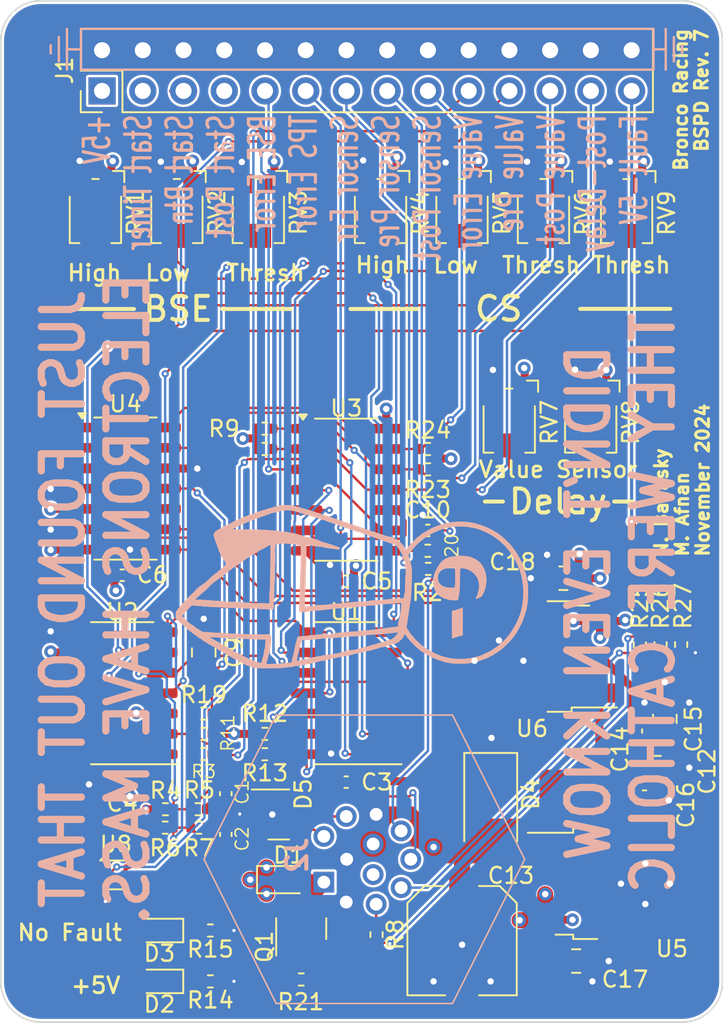
<source format=kicad_pcb>
(kicad_pcb (version 20240108) (generator "pcbnew") (generator_version "8.0")
  (layers (0 "F.Cu" signal) (1 "In1.Cu" signal) (2 "In2.Cu" signal) (31 "B.Cu" signal) (34 "B.Paste" user) (35 "F.Paste" user) (36 "B.SilkS" user "B.Silkscreen") (37 "F.SilkS" user "F.Silkscreen") (38 "B.Mask" user) (39 "F.Mask" user) (44 "Edge.Cuts" user))
  (net 0 "")
  (net 1 "GND")
  (net 2 "BSE_in")
  (net 3 "TPS_in")
  (net 4 "+5V")
  (net 6 "/Value Pre-Delay")
  (net 7 "/Sensor Pre-Delay")
  (net 8 "Vin")
  (net 9 "Net-(D2-K)")
  (net 10 "Net-(D3-K)")
  (net 11 "Post-Delay")
  (net 12 "unconnected-(J1-Pin_5-Pad5)")
  (net 13 "FAULT_12V")
  (net 14 "Sensor Error")
  (net 15 "Value Error")
  (net 16 "FAULT_5V")
  (net 17 "FAULT_3V3")
  (net 19 "Net-(R9-Pad1)")
  (net 20 "/Value Post-Delay")
  (net 21 "/Sensor Post-Delay")
  (net 22 "BSE_HIGH")
  (net 23 "BSE_LOW")
  (net 24 "BSE_THRESH")
  (net 25 "TPS_HIGH")
  (net 26 "TPS_LOW")
  (net 27 "TPS_THRESH")
  (net 28 "VALUE_DELAY")
  (net 29 "SENSOR_DELAY")
  (net 30 "+5VE")
  (net 31 "Net-(Q1-G)")
  (net 32 "BSE Error")
  (net 33 "TPS Error")
  (net 34 "TPS_THRESH_NEGATIVE")
  (net 35 "Net-(R10-Pad1)")
  (net 36 "Net-(R12-Pad1)")
  (net 37 "Net-(R13-Pad1)")
  (net 38 "Net-(R26-Pad2)")
  (net 39 "Net-(J2-Pad8)")
  (net 40 "Net-(J2-Pad6)")
  (net 41 "Net-(J2-Pad5)")
  (footprint "Resistor_SMD:R_0402_1005Metric" (layer "F.Cu") (at 152.35 122.69 90)
    (property "Reference" "R25")
    (property "Value" "10k")
  )
  (footprint "Resistor_SMD:R_0402_1005Metric" (layer "F.Cu") (at 125.56775 143.694 180)
    (property "Reference" "R14")
    (property "Value" "1k")
  )
  (footprint "Diode_SMD:D_SOD-323" (layer "F.Cu") (at 130.088 137.344)
    (property "Reference" "D5")
    (property "Value" "D_Schottky")
  )
  (footprint "Capacitor_SMD:C_0402_1005Metric" (layer "F.Cu") (at 152.638 132.136)
    (property "Reference" "C16")
    (property "Value" "0.1uF")
  )
  (footprint "Package_SO:SOIC-14_3.9x8.7mm_P1.27mm" (layer "F.Cu") (at 134.045 113.01)
    (property "Reference" "U3")
    (property "Value" "74HC32")
  )
  (footprint "Resistor_SMD:R_0402_1005Metric" (layer "F.Cu") (at 125.155 126.98)
    (property "Reference" "R19")
    (property "Value" "100k")
  )
  (footprint "Resistor_SMD:R_0402_1005Metric" (layer "F.Cu") (at 128.965 109.2 180)
    (property "Reference" "R9")
    (property "Value" "10k")
  )
  (footprint "Diode_SMD:D_SMA" (layer "F.Cu") (at 143.05 132.95 -90)
    (property "Reference" "D4")
    (property "Value" "SMAJ15CA")
  )
  (footprint "Package_TO_SOT_SMD:TO-252-2" (layer "F.Cu") (at 150.662 137.598)
    (property "Reference" "U5")
    (property "Value" "L7805")
  )
  (footprint "Potentiometer_SMD:Potentiometer_Bourns_TC33X_Vertical" (layer "F.Cu") (at 141.26 95.72 -90)
    (property "Reference" "RV5")
    (property "Value" "10k")
  )
  (footprint "LED_SMD:LED_0603_1608Metric" (layer "F.Cu") (at 122.39275 143.694 180)
    (property "Reference" "D2")
    (property "Value" "Green")
  )
  (footprint "Resistor_SMD:R_0402_1005Metric" (layer "F.Cu") (at 122.75 134.1)
    (property "Reference" "R6")
    (property "Value" "100k")
  )
  (footprint "Capacitor_SMD:C_0805_2012Metric" (layer "F.Cu") (at 153.4 130.358)
    (property "Reference" "C12")
    (property "Value" "10uF")
  )
  (footprint "Potentiometer_SMD:Potentiometer_Bourns_TC33X_Vertical" (layer "F.Cu") (at 151.525 95.725 -90)
    (property "Reference" "RV9")
    (property "Value" "10k")
  )
  (footprint "Capacitor_SMD:C_0805_2012Metric" (layer "F.Cu") (at 148.376 142.424)
    (property "Reference" "C17")
    (property "Value" "10uF")
  )
  (footprint "Capacitor_SMD:C_0402_1005Metric" (layer "F.Cu") (at 120.075 131.425 180)
    (property "Reference" "C4")
    (property "Value" "0.1uF")
  )
  (footprint "Resistor_SMD:R_0402_1005Metric" (layer "F.Cu") (at 139.125 116.82)
    (property "Reference" "R20")
    (property "Value" "100k")
  )
  (footprint "Resistor_SMD:R_0402_1005Metric" (layer "F.Cu") (at 131.233 143.57675 180)
    (property "Reference" "R21")
    (property "Value" "1k")
  )
  (footprint "Resistor_SMD:R_0402_1005Metric" (layer "F.Cu") (at 154.925 122.675 -90)
    (property "Reference" "R27")
    (property "Value" "10k")
  )
  (footprint "Package_TO_SOT_SMD:SOT-23" (layer "F.Cu") (at 129.834 133.28)
    (property "Reference" "D1")
    (property "Value" "SP0502BAHT")
  )
  (footprint "Resistor_SMD:R_0402_1005Metric" (layer "F.Cu") (at 139.125 111.74)
    (property "Reference" "R23")
    (property "Value" "10k")
  )
  (footprint "Potentiometer_SMD:Potentiometer_Bourns_TC33X_Vertical" (layer "F.Cu") (at 144.205 108.8 -90)
    (property "Reference" "RV7")
    (property "Value" "10k")
  )
  (footprint "Resistor_SMD:R_0402_1005Metric" (layer "F.Cu") (at 135.93 140.773 -90)
    (property "Reference" "R8")
    (property "Value" "1k")
  )
  (footprint "Potentiometer_SMD:Potentiometer_Bourns_TC33X_Vertical" (layer "F.Cu") (at 128.56 95.72 -90)
    (property "Reference" "RV3")
    (property "Value" "10k")
  )
  (footprint "Potentiometer_SMD:Potentiometer_Bourns_TC33X_Vertical" (layer "F.Cu") (at 149.285 108.8 -90)
    (property "Reference" "RV8")
    (property "Value" "10k")
  )
  (footprint "Connector_PinHeader_2.54mm:PinHeader_2x14_P2.54mm_Vertical" (layer "F.Cu") (at 118.815 88.123 90)
    (property "Reference" "J1")
    (property "Value" "Test header")
  )
  (footprint "Package_TO_SOT_SMD:SOT-23" (layer "F.Cu") (at 131.233 140.40175 90)
    (property "Reference" "Q1")
    (property "Value" "AO3400A")
  )
  (footprint "Package_SO:SOIC-14_3.9x8.7mm_P1.27mm" (layer "F.Cu") (at 134.045 125.71 180)
    (property "Reference" "U1")
    (property "Value" "LM339")
  )
  (footprint "LED_SMD:LED_0603_1608Metric" (layer "F.Cu") (at 122.39275 140.519 180)
    (property "Reference" "D3")
    (property "Value" "Yellow")
  )
  (footprint "Resistor_SMD:R_0402_1005Metric" (layer "F.Cu") (at 139.15 117.95 180)
    (property "Reference" "R2")
    (property "Value" "1k")
  )
  (footprint "Potentiometer_SMD:Potentiometer_Bourns_TC33X_Vertical" (layer "F.Cu") (at 136.18 95.72 -90)
    (property "Reference" "RV4")
    (property "Value" "10k")
  )
  (footprint "Potentiometer_SMD:Potentiometer_Bourns_TC33X_Vertical" (layer "F.Cu") (at 123.48 95.72 -90)
    (property "Reference" "RV2")
    (property "Value" "10k")
  )
  (footprint "Resistor_SMD:R_0402_1005Metric" (layer "F.Cu") (at 128.965 129.52 180)
    (property "Reference" "R13")
    (property "Value" "10k")
  )
  (footprint "Capacitor_SMD:C_0402_1005Metric" (layer "F.Cu") (at 126.532 131.982 -90)
    (property "Reference" "C1")
    (property "Value" "0.1uF")
  )
  (footprint "Capacitor_SMD:C_0402_1005Metric" (layer "F.Cu") (at 120.07 118.35)
    (property "Reference" "C6")
    (property "Value" "0.1uF")
  )
  (footprint "Capacitor_SMD:C_0402_1005Metric" (layer "F.Cu") (at 134.04 131.26 180)
    (property "Reference" "C3")
    (property "Value" "0.1uF")
  )
  (footprint "Package_SO:SOIC-14_3.9x8.7mm_P1.27mm" (layer "F.Cu") (at 120.075 125.71 180)
    (property "Reference" "U2")
    (property "Value" "LM339")
  )
  (footprint "Potentiometer_SMD:Potentiometer_Bourns_TC33X_Vertical" (layer "F.Cu") (at 146.34 95.72 -90)
    (property "Reference" "RV6")
    (property "Value" "10k")
  )
  (footprint "Resistor_SMD:R_0402_1005Metric" (layer "F.Cu") (at 124.8 132.95)
    (property "Reference" "R5")
    (property "Value" "100k")
  )
  (footprint "Resistor_SMD:R_0402_1005Metric" (layer "F.Cu") (at 124.85 134.1)
    (property "Reference" "R7")
    (property "Value" "100k")
  )
  (footprint "Resistor_SMD:R_0402_1005Metric" (layer "F.Cu") (at 122.768 132.95)
    (property "Reference" "R4")
    (property "Value" "100k")
  )
  (footprint "Resistor_SMD:R_0402_1005Metric" (layer "F.Cu") (at 153.641 122.677 90)
    (property "Reference" "R26")
    (property "Value" "10k")
  )
  (footprint "Resistor_SMD:R_0402_1005Metric" (layer "F.Cu") (at 125.155 128.25)
    (property "Reference" "R11")
    (property "Value" "10k")
  )
  (footprint "Package_SO:SOIC-14_3.9x8.7mm_P1.27mm" (layer "F.Cu") (at 120.275 112.94)
    (property "Reference" "U4")
    (property "Value" "LM339")
  )
  (footprint "Resistor_SMD:R_0402_1005Metric" (layer "F.Cu") (at 125.15 129.5 180)
    (property "Reference" "R3")
    (property "Value" "1k")
  )
  (footprint "Potentiometer_SMD:Potentiometer_Bourns_TC33X_Vertical" (layer "F.Cu") (at 118.4 95.72 -90)
    (property "Reference" "RV1")
    (property "Value" "10k")
  )
  (footprint "Package_TO_SOT_SMD:SOT-553" (layer "F.Cu") (at 119.68 137.05)
    (property "Reference" "U8")
    (property "Value" "74HC1G04GV,125")
  )
  (footprint "Capacitor_SMD:C_0402_1005Metric" (layer "F.Cu") (at 152.13 128.072 90)
    (property "Reference" "C14")
    (property "Value" "0.1uF")
  )
  (footprint "Capacitor_SMD:C_0805_2012Metric" (layer "F.Cu") (at 147.582 118.535 180)
    (property "Reference" "C18")
    (property "Value" "10uF")
  )
  (footprint "Resistor_SMD:R_0402_1005Metric" (layer "F.Cu") (at 128.965 110.47 180)
    (property "Reference" "R10" (hide yes))
    (property "Value" "10k")
  )
  (footprint "Resistor_SMD:R_0402_1005Metric" (layer "F.Cu") (at 139.125 110.47)
    (property "Reference" "R24")
    (property "Value" "10k")
  )
  (footprint "Capacitor_SMD:C_Elec_6.3x7.7" (layer "F.Cu") (at 141.264 141.154 -90)
    (property "Reference" "C13")
    (property "Value" "100uF")
  )
  (footprint "Capacitor_SMD:C_0402_1005Metric" (layer "F.Cu") (at 126.532 134.522 90)
    (property "Reference" "C2")
    (property "Value" "0.1uF")
  )
  (footprint "Capacitor_SMD:C_0805_2012Metric" (layer "F.Cu") (at 153.908 127.31 90)
    (property "Reference" "C15")
    (property "Value" "10uF")
  )
  (footprint "Capacitor_SMD:C_0805_2012Metric" (layer "F.Cu") (at 125.155 123.17 90)
    (property "Reference" "C9")
    (property "Value" "10uF")
  )
  (footprint "Resistor_SMD:R_0402_1005Metric" (layer "F.Cu") (at 128.965 128.25 180)
    (property "Reference" "R12")
    (property "Value" "10k")
  )
  (footprint "Capacitor_SMD:C_0402_1005Metric" (layer "F.Cu") (at 134.045 118.725 180)
    (property "Reference" "C5")
    (property "Value" "0.1uF")
  )
  (footprint "Resistor_SMD:R_0402_1005Metric" (layer "F.Cu") (at 125.56775 140.519 180)
    (property "Reference" "R15")
    (property "Value" "1k")
  )
  (footprint "Package_TO_SOT_SMD:TO-252-2" (layer "F.Cu") (at 145.625 123.42 180)
    (property "Reference" "U6")
    (property "Value" "L7805")
  )
  (footprint "Capacitor_SMD:C_0402_1005Metric" (layer "F.Cu") (at 139.125 115.55 180)
    (property "Reference" "C10")
    (property "Value" "1uF")
  )
  (footprint "LOGO" (layer "B.Cu") (at 134.406 119.056 -90)
    (property "Reference" "G***" (hide yes))
    (property "Value" "LOGO" (hide yes))
  )
  (footprint "M12_TE_T4142012121-000:T4140012121000" (layer "B.Cu") (at 132.644 137.502 -90)
    (property "Reference" "J2")
    (property "Value" "T4142012121-000" (hide yes))
  )
  (gr_line (start 116.118 84.766) (end 116.118 86.29) (stroke (width 0.15)) (layer "B.SilkS"))
  (gr_line (start 154.472 86.29) (end 154.472 84.766) (stroke (width 0.15)) (layer "B.SilkS"))
  (gr_line (start 115.61 85.274) (end 115.61 85.782) (stroke (width 0.15)) (layer "B.SilkS"))
  (gr_line (start 153.202 85.524) (end 153.964 85.528) (stroke (width 0.15)) (layer "B.SilkS"))
  (gr_line (start 153.964 86.798) (end 153.964 84.258) (stroke (width 0.15)) (layer "B.SilkS"))
  (gr_rect (start 117.5 84.25) (end 153.202 86.798) (stroke (width 0.15)) (fill none) (layer "B.SilkS"))
  (gr_line (start 116.626 84.258) (end 116.626 86.798) (stroke (width 0.15)) (layer "B.SilkS"))
  (gr_line (start 154.98 85.782) (end 154.98 85.274) (stroke (width 0.15)) (layer "B.SilkS"))
  (gr_line (start 117.388 85.532) (end 116.626 85.528) (stroke (width 0.15)) (layer "B.SilkS"))
  (gr_line (start 142.6875 113.75) (end 143.8125 113.75) (stroke (width 0.25)) (layer "F.SilkS"))
  (gr_line (start 126.305 101.732) (end 130.555 101.732) (stroke (width 0.25)) (layer "F.SilkS"))
  (gr_line (start 120.805 101.732) (end 117.055 101.732) (stroke (width 0.25)) (layer "F.SilkS"))
  (gr_line (start 148.63 101.725) (end 154.25 101.725) (stroke (width 0.25)) (layer "F.SilkS"))
  (gr_line (start 150.75 113.75) (end 151.875 113.75) (stroke (width 0.25)) (layer "F.SilkS"))
  (gr_line (start 138.47 101.732) (end 134.305 101.732) (stroke (width 0.25)) (layer "F.SilkS"))
  (gr_line (start 155 82.5) (end 115 82.5) (stroke (width 0.1)) (layer "Edge.Cuts"))
  (gr_arc (start 155 82.5) (mid 156.767767 83.232233) (end 157.5 85) (stroke (width 0.1)) (layer "Edge.Cuts"))
  (gr_arc (start 112.5 85) (mid 113.232233 83.232233) (end 115 82.5) (stroke (width 0.1)) (layer "Edge.Cuts"))
  (gr_line (start 157.5 143.734) (end 157.5 85) (stroke (width 0.1)) (layer "Edge.Cuts"))
  (gr_arc (start 157.5 143.734) (mid 156.767767 145.501767) (end 155 146.234) (stroke (width 0.1)) (layer "Edge.Cuts"))
  (gr_arc (start 115 146.234) (mid 113.232233 145.501767) (end 112.5 143.734) (stroke (width 0.1)) (layer "Edge.Cuts"))
  (gr_line (start 115 146.234) (end 155 146.234) (stroke (width 0.1)) (layer "Edge.Cuts"))
  (gr_line (start 112.5 85) (end 112.5 143.734) (stroke (width 0.1)) (layer "Edge.Cuts"))
  (gr_text "JUST FOUND OUT THAT\nELECTRONS HAVE MASS." (at 118.404 119.818 90) (layer "B.SilkS") (effects (font (size 2.5 2.25) (thickness 0.45)) (justify mirror)))
  (gr_text "+5V\nStart Timer\nStart Btn\nStart Post\nBSE Error\nTPS Error\nSensor Err\nSensor Pre\nSensor Post\nValue Error\nValue Pre\nValue Post\nPost-Delay\nFault-5V" (at 135.25 89.5 90) (layer "B.SilkS") (effects (font (size 1.6 1) (thickness 0.2)) (justify left mirror)))
  (gr_text "DIDN'T EVEN KNOW\nTHEY WERE CATHOLIC" (at 151.17 120.072 90) (layer "B.SilkS") (effects (font (size 2.5 2.25) (thickness 0.45)) (justify mirror)))
  (gr_text "BSE" (at 123.555 101.732 0) (layer "F.SilkS") (effects (font (size 1.5 1.5) (thickness 0.25))))
  (gr_text "Delay" (at 147.25 113.75 0) (layer "F.SilkS") (effects (font (size 1.5 1.5) (thickness 0.25))))
  (gr_text "+5V" (at 120.055 143.948 0) (layer "F.SilkS") (effects (font (size 1 1) (thickness 0.175)) (justify right)))
  (gr_text "High  Low  Thresh Thresh\n" (at 144.439 98.99 0) (layer "F.SilkS") (effects (font (size 1 1) (thickness 0.175))))
  (gr_text "No Fault" (at 120.15 140.65 0) (layer "F.SilkS") (effects (font (size 1 1) (thickness 0.175)) (justify right)))
  (gr_text "Value Sensor" (at 147.25 111.75 0) (layer "F.SilkS") (effects (font (size 1 1) (thickness 0.175))))
  (gr_text "Bronco Racing\nBSPD Rev. 7" (at 155.55 84.15 90) (layer "F.SilkS") (effects (font (size 0.8001 0.8001) (thickness 0.1905)) (justify right)))
  (gr_text "CS" (at 143.55 101.725 0) (layer "F.SilkS") (effects (font (size 1.5 1.5) (thickness 0.25))))
  (gr_text "N. Banasky\nM. Afnan \nNovember 2024" (at 154.98 117.278 90) (layer "F.SilkS") (effects (font (size 0.8001 0.8001) (thickness 0.1905)) (justify left)))
  (gr_text "High  Low   Thresh" (at 124.055 99.482 0) (layer "F.SilkS") (effects (font (size 1 1) (thickness 0.175))))
  (segment (start 145.34 93.92) (end 145.34 92.562) (width 0.5) (layer "F.Cu") (net 1))
  (segment (start 122.48 92.542) (end 122.478 92.54) (width 0.5) (layer "F.Cu") (net 1))
  (segment (start 153.908 132.136) (end 154.162 132.39) (width 0.5) (layer "F.Cu") (net 1))
  (segment (start 149.326 141.034) (end 152.762 137.598) (width 0.5) (layer "F.Cu") (net 1))
  (segment (start 143.0395 143.6915) (end 143.042 143.694) (width 1) (layer "F.Cu") (net 1))
  (segment (start 124.754 111.69) (end 122.585 111.69) (width 0.5) (layer "F.Cu") (net 1))
  (segment (start 154.35 130.358) (end 155.432 130.358) (width 0.5) (layer "F.Cu") (net 1))
  (segment (start 141.264 143.6915) (end 143.0395 143.6915) (width 1) (layer "F.Cu") (net 1))
  (segment (start 118.99 138.68) (end 118.99 137.534249) (width 0.15) (layer "F.Cu") (net 1))
  (segment (start 151.842521 127.304521) (end 152.13 127.592) (width 0.5) (layer "F.Cu") (net 1))
  (segment (start 126.532 133.268) (end 127.382 133.268) (width 0.5) (layer "F.Cu") (net 1))
  (segment (start 133.094999 129.472988) (end 133.12 129.447987) (width 0.5) (layer "F.Cu") (net 1))
  (segment (start 127.56 93.92) (end 127.56 92.592) (width 0.5) (layer "F.Cu") (net 1))
  (segment (start 143.17 106.947) (end 143.17 105.553) (width 0.5) (layer "F.Cu") (net 1))
  (segment (start 126.07775 140.519) (end 127.04 140.519) (width 0.2) (layer "F.Cu") (net 1))
  (segment (start 135.18 93.92) (end 135.18 92.542) (width 0.5) (layer "F.Cu") (net 1))
  (segment (start 126.532 132.462) (end 125.798 132.462) (width 0.5) (layer "F.Cu") (net 1))
  (segment (start 138.645 114.736) (end 138.803 114.578) (width 0.5) (layer "F.Cu") (net 1))
  (segment (start 133.12 127.645) (end 132.455 126.98) (width 0.5) (layer "F.Cu") (net 1))
  (segment (start 140.26 92.612) (end 140.238 92.59) (width 0.5) (layer "F.Cu") (net 1))
  (segment (start 149.326 143.628) (end 149.392 143.694) (width 0.5) (layer "F.Cu") (net 1))
  (segment (start 115.66 121.9) (end 115.61 121.85) (width 0.5) (layer "F.Cu") (net 1))
  (segment (start 152.762 137.598) (end 152.762 138.8) (width 0.5) (layer "F.Cu") (net 1))
  (segment (start 153.202 132.439) (end 153.202 135.899) (width 0.5) (layer "F.Cu") (net 1))
  (segment (start 129.43 133.28) (end 130.7715 133.28) (width 0.5) (layer "F.Cu") (net 1))
  (segment (start 117.8 112.94) (end 115.63 112.94) (width 0.5) (layer "F.Cu") (net 1))
  (segment (start 132.45 117.7) (end 131.57 116.82) (width 0.5) (layer "F.Cu") (net 1))
  (segment (start 153.908 126.36) (end 152.704 126.36) (width 0.5) (layer "F.Cu") (net 1))
  (segment (start 153.908 126.36) (end 155.366 126.36) (width 0.5) (layer "F.Cu") (net 1))
  (segment (start 132.183 141.33925) (end 132.183 140.604) (width 1) (layer "F.Cu") (net 1))
  (segment (start 143.05 130.95) (end 143.05 128.55) (width 0.5) (layer "F.Cu") (net 1))
  (segment (start 126.07775 143.694) (end 127.04 143.694) (width 0.2) (layer "F.Cu") (net 1))
  (segment (start 152.704 126.36) (end 152.638 126.294) (width 0.5) (layer "F.Cu") (net 1))
  (segment (start 142.545 122.922) (end 149.422169 122.922) (width 0.5) (layer "F.Cu") (net 1))
  (segment (start 152.762 138.8) (end 152.694 138.868) (width 0.5) (layer "F.Cu") (net 1))
  (segment (start 133.03 117.7) (end 133.565 118.235) (width 0.5) (layer "F.Cu") (net 1))
  (segment (start 133.094999 129.472988) (end 133.094999 130.954999) (width 0.5) (layer "F.Cu") (net 1))
  (segment (start 117.8 115.48) (end 115.63 115.48) (width 0.5) (layer "F.Cu") (net 1))
  (segment (start 152.676 127.592) (end 153.908 126.36) (width 0.5) (layer "F.Cu") (net 1))
  (segment (start 118 131.4) (end 118.21608 131.4) (width 0.5) (layer "F.Cu") (net 1))
  (segment (start 125.155 121.07) (end 125.153 121.068) (width 0.5) (layer "F.Cu") (net 1))
  (segment (start 135.18 92.542) (end 135.098 92.46) (width 0.5) (layer "F.Cu") (net 1))
  (segment (start 115.85 129.85) (end 115.85 128.1) (width 0.5) (layer "F.Cu") (net 1))
  (segment (start 141.264 143.6915) (end 141.264 141.408) (width 1) (layer "F.Cu") (net 1))
  (segment (start 122.585 111.69) (end 122.5 111.775) (width 0.5) (layer "F.Cu") (net 1))
  (segment (start 118 131.4) (end 117.4 131.4) (width 0.5) (layer "F.Cu") (net 1))
  (segment (start 149.422169 122.922) (end 151.842521 125.342352) (width 0.5) (layer "F.Cu") (net 1))
  (segment (start 125.798 132.462) (end 125.31 132.95) (width 0.5) (layer "F.Cu") (net 1))
  (segment (start 151.842521 125.342352) (end 151.842521 127.304521) (width 0.5) (layer "F.Cu") (net 1))
  (segment (start 138.645 115.55) (end 138.645 114.736) (width 0.5) (layer "F.Cu") (net 1))
  (segment (start 115.63 112.94) (end 115.61 112.96) (width 0.5) (layer "F.Cu") (net 1))
  (segment (start 155.366 126.36) (end 155.432 126.294) (width 0.5) (layer "F.Cu") (net 1))
  (segment (start 153.908 126.36) (end 153.908 125.024) (width 0.5) (layer "F.Cu") (net 1))
  (segment (start 133.12 129.447987) (end 133.12 127.645) (width 0.5) (layer "F.Cu") (net 1))
  (segment (start 117.6 121.9) (end 115.66 121.9) (width 0.5) (layer "F.Cu") (net 1))
  (segment (start 150.5 93.916) (end 150.5 92.558) (width 0.5) (layer "F.Cu") (net 1))
  (segment (start 146.632 117.457) (end 146.632 120.305) (width 0.5) (layer "F.Cu") (net 1))
  (segment (start 122.48 93.92) (end 122.48 92.542) (width 0.5) (layer "F.Cu") (net 1))
  (segment (start 127.56 92.592) (end 127.528 92.56) (width 0.5) (layer "F.Cu") (net 1))
  (segment (start 132.183 140.604) (end 134.041 138.746) (width 1) (layer "F.Cu") (net 1))
  (segment (start 117.4 93.92) (end 117.4 92.508) (width 0.5) (layer "F.Cu") (net 1))
  (segment (start 132.455 126.98) (end 131.57 126.98) (width 0.5) (layer "F.Cu") (net 1))
  (segment (start 148.25 106.947) (end 148.25 105.573) (width 0.5) (layer "F.Cu") (net 1))
  (segment (start 133.094999 130.954999) (end 133.448855 131.308855) (width 0.5) (layer "F.Cu") (net 1))
  (segment (start 154.35 130.904) (end 153.118 132.136) (width 0.5) (layer "F.Cu") (net 1))
  (segment (start 133.03 117.7) (end 132.45 117.7) (width 0.5) (layer "F.Cu") (net 1))
  (segment (start 149.326 142.424) (end 149.326 143.628) (width 0.5) (layer "F.Cu") (net 1))
  (segment (start 133.565 118.235) (end 133.565 118.725) (width 0.5) (layer "F.Cu") (net 1))
  (segment (start 120.555 118.35) (end 120.555 116.75) (width 0.5) (layer "F.Cu") (net 1))
  (segment (start 116.97 126.98) (end 117.6 126.98) (width 0.5) (layer "F.Cu") (net 1))
  (segment (start 151.904 136.74) (end 152.762 137.598) (width 0.5) (layer "F.Cu") (net 1))
  (segment (start 146.632 120.305) (end 143.45 123.487) (width 0.5) (layer "F.Cu") (net 1))
  (segment (start 143.05 128.55) (end 143.1 128.5) (width 0.5) (layer "F.Cu") (net 1))
  (segment (start 125.155 122.22) (end 125.155 121.07) (width 0.5) (layer "F.Cu") (net 1))
  (segment (start 152.13 127.592) (end 152.676 127.592) (width 0.5) (layer "F.Cu") (net 1))
  (segment (start 115.63 115.48) (end 115.61 115.5) (width 0.5) (layer "F.Cu") (net 1))
  (segment (start 141.264 143.6915) (end 139.4885 143.6915) (width 1) (layer "F.Cu") (net 1))
  (segment (start 145.34 92.562) (end 145.318 92.54) (width 0.5) (layer "F.Cu") (net 1))
  (segment (start 140.26 93.92) (end 140.26 92.612) (width 0.5) (layer "F.Cu") (net 1))
  (segment (start 127.382 133.268) (end 127.4 133.25) (width 0.5) (layer "F.Cu") (net 1))
  (segment (start 154.35 130.358) (end 154.35 130.904) (width 0.5) (layer "F.Cu") (net 1))
  (segment (start 119.57 131.4) (end 119.595 131.425) (width 0.5) (layer "F.Cu") (net 1))
  (segment (start 126.532 134.042) (end 126.532 133.268) (width 0.5) (layer "F.Cu") (net 1))
  (segment (start 125.418 134.042) (end 125.36 134.1) (width 0.5) (layer "F.Cu") (net 1))
  (segment (start 115.85 128.1) (end 116.97 126.98) (width 0.5) (layer "F.Cu") (net 1))
  (segment (start 118 131.4) (end 119.57 131.4) (width 0.5) (layer "F.Cu") (net 1))
  (segment (start 153.118 132.136) (end 153.908 132.136) (width 0.5) (layer "F.Cu") (net 1))
  (segment (start 149.326 142.424) (end 149.326 141.034) (width 0.5) (layer "F.Cu") (net 1))
  (segment (start 126.532 133.268) (end 126.532 132.462) (width 0.5) (layer "F.Cu") (net 1))
  (segment (start 152.762 136.396) (end 152.694 136.328) (width 0.5) (layer "F.Cu") (net 1))
  (segment (start 139.4885 143.6915) (end 139.486 143.694) (width 1) (layer "F.Cu") (net 1))
  (segment (start 146.632 118.535) (end 145.55 118.535) (width 0.5) (layer "F.Cu") (net 1))
  (segment (start 117.4 131.4) (end 115.85 129.85) (width 0.5) (layer "F.Cu") (net 1))
  (segment (start 149.326 142.424) (end 150.408 142.424) (width 0.5) (layer "F.Cu") (net 1))
  (segment (start 152.762 137.598) (end 154.218 137.598) (width 0.5) (layer "F.Cu") (net 1))
  (segment (start 152.762 137.598) (end 151.17 137.598) (width 0.5) (layer "F.Cu") (net 1))
  (segment (start 154.925 123.185) (end 155.812 123.185) (width 0.15) (layer "F.Cu") (net 1))
  (segment (start 126.532 134.042) (end 125.418 134.042) (width 0.5) (layer "F.Cu") (net 1))
  (segment (start 152.762 137.598) (end 152.762 136.396) (width 0.5) (layer "F.Cu") (net 1))
  (segment (start 117.4 92.508) (end 117.418 92.49) (width 0.5) (layer "F.Cu") (net 1))
  (via (at 120.555 116.75) (size 0.8) (drill 0.4) (layers "F.Cu" "B.Cu") (net 1))
  (via (at 152.694 136.328) (size 0.8) (drill 0.4) (layers "F.Cu" "B.Cu") (net 1))
  (via (at 155.812 123.185) (size 0.45) (drill 0.2) (layers "F.Cu" "B.Cu") (net 1))
  (via (at 141.264 141.408) (size 0.8) (drill 0.4) (layers "F.Cu" "B.Cu") (net 1))
  (via (at 127.04 140.519) (size 0.45) (drill 0.2) (layers "F.Cu" "B.Cu") (net 1))
  (via (at 119.01625 138.70625) (size 0.45) (drill 0.2) (layers "F.Cu" "B.Cu") (net 1))
  (via (at 127.04 143.694) (size 0.45) (drill 0.2) (layers "F.Cu" "B.Cu") (net 1))
  (via (at 152.638 126.294) (size 0.8) (drill 0.4) (layers "F.Cu" "B.Cu") (net 1))
  (via (at 125.153 121.068) (size 0.8) (drill 0.4) (layers "F.Cu" "B.Cu") (net 1))
  (via (at 150.478 92.536) (size 0.8) (drill 0.4) (layers "F.Cu" "B.Cu") (net 1))
  (via (at 149.392 143.694) (size 0.8) (drill 0.4) (layers "F.Cu" "B.Cu") (net 1))
  (via (at 148.308 105.515) (size 0.8) (drill 0.4) (layers "F.Cu" "B.Cu") (net 1))
  (via (at 115.61 112.96) (size 0.8) (drill 0.4) (layers "F.Cu" "B.Cu") (net 1))
  (via (at 143.566 122.415) (size 0.8) (drill 0.4) (layers "F.Cu" "B.Cu") (net 1))
  (via (at 143.1 128.5) (size 0.8) (drill 0.4) (layers "F.Cu" "B.Cu") (net 1))
  (via (at 155.432 126.294) (size 0.8) (drill 0.4) (layers "F.Cu" "B.Cu") (net 1))
  (via (at 138.803 114.578) (size 0.8) (drill 0.4) (layers "F.Cu" "B.Cu") (net 1))
  (via (at 135.098 92.46) (size 0.8) (drill 0.4) (layers "F.Cu" "B.Cu") (net 1))
  (via (at 154.218 137.598) (size 0.8) (drill 0.4) (layers "F.Cu" "B.Cu") (net 1))
  (via (at 143.042 143.694) (size 0.8) (drill 0.4) (layers "F.Cu" "B.Cu") (net 1))
  (via (at 122.478 92.54) (size 0.8) (drill 0.4) (layers "F.Cu" "B.Cu") (net 1))
  (via (at 129.43 133.28) (size 0.8) (drill 0.4) (layers "F.Cu" "B.Cu") (net 1))
  (via (at 150.408 142.424) (size 0.8) (drill 0.4) (layers "F.Cu" "B.Cu") (net 1))
  (via (at 133.03 117.7) (size 0.8) (drill 0.4) (layers "F.Cu" "B.Cu") (net 1))
  (via (at 146.566 117.072) (size 0.8) (drill 0.4) (layers "F.Cu" "B.Cu") (net 1))
  (via (at 133.094999 129.472988) (size 0.8) (drill 0.4) (layers "F.Cu" "B.Cu") (net 1))
  (via (at 127.528 92.56) (size 0.8) (drill 0.4) (layers "F.Cu" "B.Cu") (net 1))
  (via (at 145.318 92.54) (size 0.8) (drill 0.4) (layers "F.Cu" "B.Cu") (net 1))
  (via (at 127.4 133.25) (size 0.45) (drill 0.2) (layers "F.Cu" "B.Cu") (net 1))
  (via (at 115.61 115.5) (size 0.8) (drill 0.4) (layers "F.Cu" "B.Cu") (net 1))
  (via (at 145.09 123.685) (size 0.8) (drill 0.4) (layers "F.Cu" "B.Cu") (net 1))
  (via (at 142.042 123.685) (size 0.8) (drill 0.4) (layers "F.Cu" "B.Cu") (net 1))
  (via (at 124.754 111.69) (size 0.8) (drill 0.4) (layers "F.Cu" "B.Cu") (net 1))
  (via (at 154.162 132.39) (size 0.8) (drill 0.4) (layers "F.Cu" "B.Cu") (net 1))
  (via (at 153.908 125.024) (size 0.8) (drill 0.4) (layers "F.Cu" "B.Cu") (net 1))
  (via (at 140.238 92.59) (size 0.8) (drill 0.4) (layers "F.Cu" "B.Cu") (net 1))
  (via (at 115.61 121.85) (size 0.8) (drill 0.4) (layers "F.Cu" "B.Cu") (net 1))
  (via (at 152.694 138.868) (size 0.8) (drill 0.4) (layers "F.Cu" "B.Cu") (net 1))
  (via (at 155.432 130.358) (size 0.8) (drill 0.4) (layers "F.Cu" "B.Cu") (net 1))
  (via (at 145.55 118.535) (size 0.8) (drill 0.4) (layers "F.Cu" "B.Cu") (net 1))
  (via (at 151.17 137.598) (size 0.8) (drill 0.4) (layers "F.Cu" "B.Cu") (net 1))
  (via (at 117.418 92.49) (size 0.8) (drill 0.4) (layers "F.Cu" "B.Cu") (net 1))
  (via (at 118 131.4) (size 0.8) (drill 0.4) (layers "F.Cu" "B.Cu") (net 1))
  (via (at 143.188 105.535) (size 0.8) (drill 0.4) (layers "F.Cu" "B.Cu") (net 1))
  (via (at 139.486 143.694) (size 0.8) (drill 0.4) (layers "F.Cu" "B.Cu") (net 1))
  (segment (start 136.52 123.17) (end 136.52 124.111) (width 0.15) (layer "F.Cu") (net 2))
  (segment (start 121.1 124.5) (end 122.49 124.5) (width 0.15) (layer "F.Cu") (net 2))
  (segment (start 124.500249 123.378) (end 129.00267 123.378) (width 0.15) (layer "F.Cu") (net 2))
  (segment (start 123.438249 124.44) (end 124.500249 123.378) (width 0.15) (layer "F.Cu") (net 2))
  (segment (start 135.962 124.998) (end 136.52 124.44) (width 0.15) (layer "F.Cu") (net 2))
  (segment (start 131.13 132.33) (end 132.202 133.402) (width 0.15) (layer "F.Cu") (net 2))
  (segment (start 128.8965 132.302) (end 127.332 132.302) (width 0.15) (layer "F.Cu") (net 2))
  (segment (start 136.52 124.111) (end 136.503 124.128) (width 0.15) (layer "F.Cu") (net 2))
  (segment (start 124.29 132.95) (end 123.278 132.95) (width 0.15) (layer "F.Cu") (net 2))
  (segment (start 127.332 132.302) (end 126.532 131.502) (width 0.15) (layer "F.Cu") (net 2))
  (segment (start 129.00267 123.378) (end 130.62267 124.998) (width 0.15) (layer "F.Cu") (net 2))
  (segment (start 130.62267 124.998) (end 135.962 124.998) (width 0.15) (layer "F.Cu") (net 2))
  (segment (start 136.503 124.128) (end 136.503 124.423) (width 0.15) (layer "F.Cu") (net 2))
  (segment (start 128.8965 132.33) (end 131.13 132.33) (width 0.15) (layer "F.Cu") (net 2))
  (segment (start 126.532 131.502) (end 125.738 131.502) (width 0.15) (layer "F.Cu") (net 2))
  (segment (start 125.738 131.502) (end 124.29 132.95) (width 0.15) (layer "F.Cu") (net 2))
  (segment (start 123.278 132.322) (end 123.35 132.25) (width 0.15) (layer "F.Cu") (net 2))
  (segment (start 123.278 132.95) (end 123.278 132.322) (width 0.15) (layer "F.Cu") (net 2))
  (segment (start 122.49 124.5) (end 122.55 124.44) (width 0.15) (layer "F.Cu") (net 2))
  (segment (start 132.202 133.402) (end 134.041 133.402) (width 0.15) (layer "F.Cu") (net 2))
  (via (at 121.1 124.5) (size 0.45) (drill 0.2) (layers "F.Cu" "B.Cu") (net 2))
  (via (at 123.35 132.25) (size 0.45) (drill 0.2) (layers "F.Cu" "B.Cu") (net 2))
  (segment (start 123.35 126.3) (end 123.35 132.25) (width 0.15) (layer "B.Cu") (net 2))
  (segment (start 122.85 125.8) (end 123.35 126.3) (width 0.15) (layer "B.Cu") (net 2))
  (segment (start 122.85 124.8) (end 122.85 125.8) (width 0.15) (layer "B.Cu") (net 2))
  (segment (start 121.1 124.5) (end 122.55 124.5) (width 0.15) (layer "B.Cu") (net 2))
  (segment (start 122.55 124.5) (end 122.85 124.8) (width 0.15) (layer "B.Cu") (net 2))
  (segment (start 132.054 134.23) (end 128.8965 134.23) (width 0.15) (layer "F.Cu") (net 3))
  (segment (start 132.47 134.646) (end 132.054 134.23) (width 0.15) (layer "F.Cu") (net 3))
  (segment (start 125.242 135.002) (end 126.532 135.002) (width 0.15) (layer "F.Cu") (net 3))
  (segment (start 123.269999 134.78) (end 123.26 134.770001) (width 0.15) (layer "F.Cu") (net 3))
  (segment (start 132.644 134.646) (end 132.47 134.646) (width 0.15) (layer "F.Cu") (net 3))
  (segment (start 122.55 121.9) (end 124.124 120.326) (width 0.15) (layer "F.Cu") (net 3))
  (segment (start 127.658 121.198) (end 130.868 121.198) (width 0.15) (layer "F.Cu") (net 3))
  (segment (start 123.26 134.1) (end 124.34 134.1) (width 0.15) (layer "F.Cu") (net 3))
  (segment (start 128.8965 134.202) (end 127.332 134.202) (width 0.15) (layer "F.Cu") (net 3))
  (segment (start 122.9 120.9) (end 122.9 121.55) (width 0.15) (layer "F.Cu") (net 3))
  (segment (start 131.57 125.71) (end 132.941 125.71) (width 0.15) (layer "F.Cu") (net 3))
  (segment (start 124.34 134.1) (end 125.242 135.002) (width 0.15) (layer "F.Cu") (net 3))
  (segment (start 132.941 125.71) (end 133.023 125.628) (width 0.15) (layer "F.Cu") (net 3))
  (segment (start 118.21 124.44) (end 117.6 124.44) (width 0.15) (layer "F.Cu") (net 3))
  (segment (start 122.55 121.9) (end 119.6 121.9) (width 0.15) (layer "F.Cu") (net 3))
  (segment (start 119.6 121.9) (end 119 122.5) (width 0.15) (layer "F.Cu") (net 3))
  (segment (start 132.915 121.9) (end 132.983 121.968) (width 0.15) (layer "F.Cu") (net 3))
  (segment (start 119 123.65) (end 118.21 124.44) (width 0.15) (layer "F.Cu") (net 3))
  (segment (start 131.57 121.9) (end 132.915 121.9) (width 0.15) (layer "F.Cu") (net 3))
  (segment (start 130.868 121.198) (end 131.57 121.9) (width 0.15) (layer "F.Cu") (net 3))
  (segment (start 122.9 121.55) (end 122.55 121.9) (width 0.15) (layer "F.Cu") (net 3))
  (segment (start 119 122.5) (end 119 123.65) (width 0.15) (layer "F.Cu") (net 3))
  (segment (start 124.124 120.326) (end 126.786 120.326) (width 0.15) (layer "F.Cu") (net 3))
  (segment (start 126.786 120.326) (end 127.658 121.198) (width 0.15) (layer "F.Cu") (net 3))
  (segment (start 127.332 134.202) (end 126.532 135.002) (width 0.15) (layer "F.Cu") (net 3))
  (segment (start 123.26 134.770001) (end 123.26 134.1) (width 0.15) (layer "F.Cu") (net 3))
  (via (at 133.023 125.628) (size 0.45) (drill 0.2) (layers "F.Cu" "B.Cu") (net 3))
  (via (at 123.269999 134.78) (size 0.45) (drill 0.2) (layers "F.Cu" "B.Cu") (net 3))
  (via (at 122.9 120.9) (size 0.45) (drill 0.2) (layers "F.Cu" "B.Cu") (net 3))
  (via (at 132.983 121.968) (size 0.45) (drill 0.2) (layers "F.Cu" "B.Cu") (net 3))
  (segment (start 123.423 125.223) (end 123.423 121.423) (width 0.15) (layer "B.Cu") (net 3))
  (segment (start 123.8 134.249999) (end 123.8 125.6) (width 0.15) (layer "B.Cu") (net 3))
  (segment (start 132.983 121.968) (end 132.983 125.588) (width 0.15) (layer "B.Cu") (net 3))
  (segment (start 123.8 125.6) (end 123.423 125.223) (width 0.15) (layer "B.Cu") (net 3))
  (segment (start 123.269999 134.78) (end 123.8 134.249999) (width 0.15) (layer "B.Cu") (net 3))
  (segment (start 132.983 125.588) (end 133.023 125.628) (width 0.15) (layer "B.Cu") (net 3))
  (segment (start 123.423 121.423) (end 122.9 120.9) (width 0.15) (layer "B.Cu") (net 3))
  (segment (start 119.81 137.2) (end 122.24 134.77) (width 0.2) (layer "F.Cu") (net 4))
  (segment (start 119.4 92.578) (end 119.478 92.5) (width 0.5) (layer "F.Cu") (net 4))
  (segment (start 115.63 116.75) (end 115.61 116.77) (width 0.5) (layer "F.Cu") (net 4))
  (segment (start 128.455 129.52) (end 128.455 128.25) (width 0.5) (layer "F.Cu") (net 4))
  (segment (start 122.258 132.95) (end 121.6 132.95) (width 0.5) (layer "F.Cu") (net 4))
  (segment (start 127.025 128.25) (end 127.045 128.23) (width 0.5) (layer "F.Cu") (net 4))
  (segment (start 149.75 119.753) (end 148.532 118.535) (width 0.5) (layer "F.Cu") (net 4))
  (segment (start 137.18 92.279) (end 137.18 93.92) (width 0.5) (layer "F.Cu") (net 4))
  (segment (start 149.868 122.241) (end 149.868 121.198) (width 0.5) (layer "F.Cu") (net 4))
  (segment (start 145.17 106.947) (end 145.17 105.447) (width 0.5) (layer "F.Cu") (net 4))
  (segment (start 148.532 118.535) (end 148.532 117.077) (width 0.5) (layer "F.Cu") (net 4))
  (segment (start 136.533 107.968) (end 136.533 109.187) (width 0.5) (layer "F.Cu") (net 4))
  (segment (start 142.26 92.528) (end 142.308 92.48) (width 0.5) (layer "F.Cu") (net 4))
  (segment (start 152.5 93.916) (end 152.5 92.584) (width 0.5) (layer "F.Cu") (net 4))
  (segment (start 150.25 106.947) (end 150.25 105.553) (width 0.5) (layer "F.Cu") (net 4))
  (segment (start 125.665 128.25) (end 127.025 128.25) (width 0.5) (layer "F.Cu") (net 4))
  (segment (start 128.455 109.81) (end 128.455 110.47) (width 0.5) (layer "F.Cu") (net 4))
  (segment (start 129.56 93.92) (end 129.56 92.532) (width 0.5) (layer "F.Cu") (net 4))
  (segment (start 140.561 111.066) (end 140.573 111.078) (width 0.5) (layer "F.Cu") (net 4))
  (segment (start 122.24 134.1) (end 122.24 132.968) (width 0.5) (layer "F.Cu") (net 4))
  (segment (start 115.63 114.21) (end 115.61 114.23) (width 0.5) (layer "F.Cu") (net 4))
  (segment (start 139.635 110.47) (end 139.635 111.066) (width 0.5) (layer "F.Cu") (net 4))
  (segment (start 124.48 92.512) (end 124.468 92.5) (width 0.5) (layer "F.Cu") (net 4))
  (segment (start 134.525 117.875) (end 134.65 117.75) (width 0.5) (layer "F.Cu") (net 4))
  (segment (start 117.8 114.21) (end 115.63 114.21) (width 0.5) (layer "F.Cu") (net 4))
  (segment (start 134.525 118.725) (end 134.525 117.875) (width 0.5) (layer "F.Cu") (net 4))
  (segment (start 128.455 109.2) (end 128.455 109.81) (width 0.5) (layer "F.Cu") (net 4))
  (segment (start 121.60525 143.50525) (end 119.81 141.71) (width 0.2) (layer "F.Cu") (net 4))
  (segment (start 121.60525 143.694) (end 121.60525 143.50525) (width 0.2) (layer "F.Cu") (net 4))
  (segment (start 127.601 109.81) (end 127.593 109.818) (width 0.5) (layer "F.Cu") (net 4))
  (segment (start 128.455 109.81) (end 127.601 109.81) (width 0.5) (layer "F.Cu") (net 4))
  (segment (start 121.6 132.95) (end 121.55 132.9) (width 0.5) (layer "F.Cu") (net 4))
  (segment (start 122.24 134.77) (end 122.24 134.1) (width 0.2) (layer "F.Cu") (net 4))
  (segment (start 151.378 121.207) (end 149.75 121.207) (width 0.5) (layer "F.Cu") (net 4))
  (segment (start 119.81 141.71) (end 119.81 137.2) (width 0.2) (layer "F.Cu") (net 4))
  (segment (start 147.34 92.588) (end 147.428 92.5) (width 0.5) (layer "F.Cu") (net 4))
  (segment (start 115.66 123.17) (end 115.61 123.12) (width 0.5) (layer "F.Cu") (net 4))
  (segment (start 122.24 134.1) (end 122.341 134.201) (width 0.2) (layer "F.Cu") (net 4))
  (segment (start 139.635 111.066) (end 139.635 111.74) (width 0.5) (layer "F.Cu") (net 4))
  (segment (start 119.4 93.92) (end 119.4 92.578) (width 0.5) (layer "F.Cu") (net 4))
  (segment (start 139.635 111.066) (end 140.561 111.066) (width 0.5) (layer "F.Cu") (net 4))
  (segment (start 142.26 93.92) (end 142.26 92.528) (width 0.5) (layer "F.Cu") (net 4))
  (segment (start 129.56 92.532) (end 129.548 92.52) (width 0.5) (layer "F.Cu") (net 4))
  (segment (start 122.24 132.968) (end 122.258 132.95) (width 0.5) (layer "F.Cu") (net 4))
  (segment (start 148.21 121.207) (end 149.75 121.207) (width 0.5) (layer "F.Cu") (net 4))
  (segment (start 124.48 93.92) (end 124.48 92.512) (width 0.5) (layer "F.Cu") (net 4))
  (segment (start 128.455 128.25) (end 127.065 128.25) (width 0.5) (layer "F.Cu") (net 4))
  (segment (start 149.75 121.207) (end 149.75 119.753) (width 0.5) (layer "F.Cu") (net 4))
  (segment (start 127.065 128.25) (end 127.045 128.23) (width 0.5) (layer "F.Cu") (net 4))
  (segment (start 117.8 116.75) (end 115.63 116.75) (width 0.5) (layer "F.Cu") (net 4))
  (segment (start 147.34 93.92) (end 147.34 92.588) (width 0.5) (layer "F.Cu") (net 4))
  (segment (start 148.532 118.535) (end 149.868 118.535) (width 0.5) (layer "F.Cu") (net 4))
  (segment (start 137.2 92.259) (end 137.18 92.279) (width 0.5) (layer "F.Cu") (net 4))
  (segment (start 117.6 123.17) (end 115.66 123.17) (width 0.5) (layer "F.Cu") (net 4))
  (via (at 150.258 105.545) (size 0.8) (drill 0.4) (layers "F.Cu" "B.Cu") (net 4))
  (via (at 115.61 123.12) (size 0.8) (drill 0.4) (layers "F.Cu" "B.Cu") (net 4))
  (via (at 136.533 107.968) (size 0.8) (drill 0.4) (layers "F.Cu" "B.Cu") (net 4))
  (via (at 145.138 105.415) (size 0.8) (drill 0.4) (layers "F.Cu" "B.Cu") (net 4))
  (via (at 115.61 114.23) (size 0.8) (drill 0.4) (layers "F.Cu" "B.Cu") (net 4))
  (via (at 129.548 92.52) (size 0.8) (drill 0.4) (layers "F.Cu" "B.Cu") (net 4))
  (via (at 152.588 92.496) (size 0.8) (drill 0.4) (layers "F.Cu" "B.Cu") (net 4))
  (via (at 147.428 92.5) (size 0.8) (drill 0.4) (layers "F.Cu" "B.Cu") (net 4))
  (via (at 149.868 118.535) (size 0.8) (drill 0.4) (layers "F.Cu" "B.Cu") (net 4))
  (via (at 148.598 117.011) (size 0.8) (drill 0.4) (layers "F.Cu" "B.Cu") (net 4))
  (via (at 127.593 109.818) (size 0.8) (drill 0.4) (layers "F.Cu" "B.Cu") (net 4))
  (via (at 137.2 92.259) (size 0.8) (drill 0.4) (layers "F.Cu" "B.Cu") (net 4))
  (via (at 121.55 132.9) (size 0.45) (drill 0.2) (layers "F.Cu" "B.Cu") (net 4))
  (via (at 124.468 92.5) (size 0.8) (drill 0.4) (layers "F.Cu" "B.Cu") (net 4))
  (via (at 149.868 122.241) (size 0.8) (drill 0.4) (layers "F.Cu" "B.Cu") (net 4))
  (via (at 140.573 111.078) (size 0.8) (drill 0.4) (layers "F.Cu" "B.Cu") (net 4))
  (via (at 142.308 92.48) (size 0.8) (drill 0.4) (layers "F.Cu" "B.Cu") (net 4))
  (via (at 151.44 121.145) (size 0.8) (drill 0.4) (layers "F.Cu" "B.Cu") (net 4))
  (via (at 115.61 116.77) (size 0.8) (drill 0.4) (layers "F.Cu" "B.Cu") (net 4))
  (via (at 134.65 117.75) (size 0.8) (drill 0.4) (layers "F.Cu" "B.Cu") (net 4))
  (via (at 127.045 128.23) (size 0.8) (drill 0.4) (layers "F.Cu" "B.Cu") (net 4))
  (via (at 119.478 92.5) (size 0.8) (drill 0.4) (layers "F.Cu" "B.Cu") (net 4))
  (via (at 148.21 121.207) (size 0.8) (drill 0.4) (layers "F.Cu" "B.Cu") (net 4))
  (segment (start 121.55 112.042) (end 121.55 106.258) (width 0.15) (layer "F.Cu") (net 6))
  (segment (start 122.75 112.94) (end 122.448 112.94) (width 0.15) (layer "F.Cu") (net 6))
  (segment (start 126.3 123.9) (end 126.08 124.12) (width 0.15) (layer "F.Cu") (net 6))
  (segment (start 122.75 112.94) (end 124.48 112.94) (width 0.15) (layer "F.Cu") (net 6))
  (segment (start 121.55 104.734) (end 123.738 102.546) (width 0.15) (layer "F.Cu") (net 6))
  (segment (start 125.665 126.98) (end 125.665 124.63) (width 0.15) (layer "F.Cu") (net 6))
  (segment (start 125.665 124.63) (end 125.155 124.12) (width 0.15) (layer "F.Cu") (net 6))
  (segment (start 126.697 91.281) (end 128.11 91.281) (width 0.15) (layer "F.Cu") (net 6))
  (segment (start 128.123 91.268) (end 141.07 91.268) (width 0.15) (layer "F.Cu") (net 6))
  (segment (start 122.448 112.94) (end 121.55 112.042) (width 0.15) (layer "F.Cu") (net 6))
  (segment (start 128.11 91.281) (end 128.123 91.268) (width 0.15) (layer "F.Cu") (net 6))
  (segment (start 124.48 112.94) (end 124.754 113.214) (width 0.15) (layer "F.Cu") (net 6))
  (segment (start 126.08 124.12) (end 125.155 124.12) (width 0.15) (layer "F.Cu") (net 6))
  (segment (start 141.07 91.268) (end 144.215 88.123) (width 0.15) (layer "F.Cu") (net 6))
  (segment (start 121.55 106.258) (end 121.55 104.734) (width 0.15) (layer "F.Cu") (net 6))
  (via (at 124.754 113.214) (size 0.45) (drill 0.2) (layers "F.Cu" "B.Cu") (net 6))
  (via (at 123.738 102.546) (size 0.45) (drill 0.2) (layers "F.Cu" "B.Cu") (net 6))
  (via (at 126.3 123.9) (size 0.45) (drill 0.2) (layers "F.Cu" "B.Cu") (net 6))
  (via (at 126.697 91.281) (size 0.45) (drill 0.2) (layers "F.Cu" "B.Cu") (net 6))
  (segment (start 126.45 123.75) (end 126.45 114.91) (width 0.15) (layer "B.Cu") (net 6))
  (segment (start 123.738 94.24) (end 123.738 102.546) (width 0.15) (layer "B.Cu") (net 6))
  (segment (start 126.3 123.9) (end 126.45 123.75) (width 0.15) (layer "B.Cu") (net 6))
  (segment (start 126.45 114.91) (end 124.754 113.214) (width 0.15) (layer "B.Cu") (net 6))
  (segment (start 126.697 91.281) (end 123.738 94.24) (width 0.15) (layer "B.Cu") (net 6))
  (segment (start 140.35 117.535) (end 139.635 116.82) (width 0.15) (layer "F.Cu") (net 7))
  (segment (start 126.88 115.48) (end 130.71 119.31) (width 0.15) (layer "F.Cu") (net 7))
  (segment (start 140.35 118.55) (end 140.35 117.535) (width 0.15) (layer "F.Cu") (net 7))
  (segment (start 139.635 116.82) (end 139.635 115.58) (width 0.15) (layer "F.Cu") (net 7))
  (segment (start 140.455 115.55) (end 140.503 115.598) (width 0.15) (layer "F.Cu") (net 7))
  (segment (start 130.71 119.31) (end 139.59 119.31) (width 0.15) (layer "F.Cu") (net 7))
  (segment (start 122.75 115.48) (end 126.88 115.48) (width 0.15) (layer "F.Cu") (net 7))
  (segment (start 139.59 119.31) (end 140.35 118.55) (width 0.15) (layer "F.Cu") (net 7))
  (segment (start 139.605 115.55) (end 140.455 115.55) (width 0.15) (layer "F.Cu") (net 7))
  (via (at 140.503 115.598) (size 0.45) (drill 0.2) (layers "F.Cu" "B.Cu") (net 7))
  (segment (start 136.595 88.123) (end 138.75 90.278) (width 0.15) (layer "B.Cu") (net 7))
  (segment (start 138.75 90.278) (end 138.75 113.641116) (width 0.15) (layer "B.Cu") (net 7))
  (segment (start 138.75 113.641116) (end 140.503 115.394116) (width 0.15) (layer "B.Cu") (net 7))
  (segment (start 140.503 115.394116) (end 140.503 115.598) (width 0.15) (layer "B.Cu") (net 7))
  (segment (start 119.59 112.09) (end 119.59 116.84) (width 0.5) (layer "F.Cu") (net 8))
  (segment (start 134.525 130.675) (end 134.525 131.425) (width 0.5) (layer "F.Cu") (net 8))
  (segment (start 138.89 131.689281) (end 138.89 133.61) (width 0.5) (layer "F.Cu") (net 8))
  (segment (start 129.038 137.344) (end 129.038 136.616) (width 1) (layer "F.Cu") (net 8))
  (segment (start 119.24 111.74) (end 119.59 112.09) (width 0.5) (layer "F.Cu") (net 8))
  (segment (start 134.725 130.475) (end 134.525 130.675) (width 0.5) (layer "F.Cu") (net 8))
  (segment (start 119.59 118.35) (end 119.59 116.84) (width 0.5) (layer "F.Cu") (net 8))
  (segment (start 129.038 137.344) (end 129.038 138.199) (width 1) (layer "F.Cu") (net 8))
  (segment (start 141.264 138.6165) (end 141.264 135.312) (width 1) (layer "F.Cu") (net 8))
  (segment (start 138.89 133.61) (end 138.75 133.75) (width 0.5) (layer "F.Cu") (net 8))
  (segment (start 137.9 127.877183) (end 137.9 129.892817) (width 0.5) (layer "F.Cu") (net 8))
  (segment (start 137.317817 130.475) (end 134.725 130.475) (width 0.5) (layer "F.Cu") (net 8))
  (segment (start 137.002817 126.98) (end 137.9 127.877183) (width 0.5) (layer "F.Cu") (net 8))
  (segment (start 129.038 138.199) (end 129.072 138.233) (width 1) (layer "F.Cu") (net 8))
  (segment (start 119.59 119.226) (end 119.674 119.31) (width 0.5) (layer "F.Cu") (net 8))
  (segment (start 120.555 132.145) (end 120.555 131.425) (width 0.5) (layer "F.Cu") (net 8))
  (segment (start 138.400719 131.2) (end 138.89 131.689281) (width 0.5) (layer "F.Cu") (net 8))
  (segment (start 129.038 136.616) (end 129.072 136.582) (width 1) (layer "F.Cu") (net 8))
  (segment (start 120.994 126.98) (end 120.944 126.93) (width 0.5) (layer "F.Cu") (net 8))
  (segment (start 134.75 131.2) (end 138.400719 131.2) (width 0.5) (layer "F.Cu") (net 8))
  (segment (start 122.55 126.98) (end 120.994 126.98) (width 0.5) (layer "F.Cu") (net 8))
  (segment (start 149.825 125.7) (end 149.825 131.425) (width 0.5) (layer "F.Cu") (net 8))
  (segment (start 129.038 137.344) (end 128.056 137.344) (width 1) (layer "F.Cu") (net 8))
  (segment (start 134.525 131.425) (end 134.75 131.2) (width 0.5) (layer "F.Cu") (net 8))
  (segment (start 119.59 118.35) (end 119.59 119.226) (width 0.5) (layer "F.Cu") (net 8))
  (segment (start 117.625 111.74) (end 119.24 111.74) (width 0.5) (layer "F.Cu") (net 8))
  (segment (start 137.9 129.892817) (end 137.317817 130.475) (width 0.5) (layer "F.Cu") (net 8))
  (segment (start 149.825 131.425) (end 149.875 131.475) (width 0.5) (layer "F.Cu") (net 8))
  (via (at 139.486 135.312) (size 0.8) (drill 0.4) (layers "F.Cu" "B.Cu") (net 8))
  (via (at 128.056 137.344) (size 0.8) (drill 0.4) (layers "F.Cu" "B.Cu") (net 8))
  (via (at 129.072 136.582) (size 0.8) (drill 0.4) (layers "F.Cu" "B.Cu") (net 8))
  (via (at 120.944 126.93) (size 0.8) (drill 0.4) (layers "F.Cu" "B.Cu") (net 8))
  (via (at 120.555 132.145) (size 0.8) (drill 0.4) (layers "F.Cu" "B.Cu") (net 8))
  (via (at 129.072 138.233) (size 0.8) (drill 0.4) (layers "F.Cu" "B.Cu") (net 8))
  (via (at 119.674 119.31) (size 0.8) (drill 0.4) (layers "F.Cu" "B.Cu") (net 8))
  (segment (start 123.18025 143.694) (end 125.05775 143.694) (width 0.5) (layer "F.Cu") (net 9))
  (segment (start 125.05775 140.519) (end 123.18025 140.519) (width 0.5) (layer "F.Cu") (net 10))
  (segment (start 135.315 113.01) (end 136.52 113.01) (width 0.15) (layer "F.Cu") (net 11))
  (segment (start 127.9 111.1) (end 133.405 111.1) (width 0.15) (layer "F.Cu") (net 11))
  (segment (start 127.69 111.31) (end 127.9 111.1) (width 0.15) (layer "F.Cu") (net 11))
  (segment (start 119.73 136.55018) (end 119.704819 136.55018) (width 0.15) (layer "F.Cu") (net 11))
  (segment (start 119.704819 136.55018) (end 119.204999 137.05) (width 0.15) (layer "F.Cu") (net 11))
  (segment (start 119.204999 137.05) (end 118.98 137.05) (width 0.15) (layer "F.Cu") (net 11))
  (segment (start 142.521 113.01) (end 136.52 113.01) (width 0.15) (layer "F.Cu") (net 11))
  (segment (start 119.131345 137.049999) (end 118.8465 137.049999) (width 0.15) (layer "F.Cu") (net 11))
  (segment (start 133.405 111.1) (end 135.315 113.01) (width 0.15) (layer "F.Cu") (net 11))
  (via (at 142.521 113.01) (size 0.45) (drill 0.2) (layers "F.Cu" "B.Cu") (net 11))
  (via (at 119.73 136.55018) (size 0.45) (drill 0.2) (layers "F.Cu" "B.Cu") (net 11))
  (via (at 127.69 111.31) (size 0.45) (drill 0.2) (layers "F.Cu" "B.Cu") (net 11))
  (segment (start 125.2 126.75) (end 125.2 133.486397) (width 0.15) (layer "B.Cu") (net 11))
  (segment (start 144.063 111.468) (end 144.063 103.728) (width 0.15) (layer "B.Cu") (net 11))
  (segment (start 127.69 111.31) (end 127.383 111.617) (width 0.15) (layer "B.Cu") (net 11))
  (segment (start 122.136217 136.55018) (end 119.73 136.55018) (width 0.15) (layer "B.Cu") (net 11))
  (segment (start 144.063 103.728) (end 149.295 98.496) (width 0.15) (layer "B.Cu") (net 11))
  (segment (start 127.383 124.567) (end 125.2 126.75) (width 0.15) (layer "B.Cu") (net 11))
  (segment (start 149.295 98.496) (end 149.295 88.123) (width 0.15) (layer "B.Cu") (net 11))
  (segment (start 142.521 113.01) (end 144.063 111.468) (width 0.15) (layer "B.Cu") (net 11))
  (segment (start 125.2 133.486397) (end 122.136217 136.55018) (width 0.15) (layer "B.Cu") (net 11))
  (segment (start 127.383 111.617) (end 127.383 124.567) (width 0.15) (layer "B.Cu") (net 11))
  (segment (start 123.895 88.123) (end 123.118 88.123) (width 0.25) (layer "F.Cu") (net 12))
  (segment (start 131.296 137.502) (end 131.138 137.344) (width 1) (layer "F.Cu") (net 13))
  (segment (start 131.233 139.46425) (end 131.233 138.913) (width 1) (layer "F.Cu") (net 13))
  (segment (start 132.644 137.502) (end 131.296 137.502) (width 1) (layer "F.Cu") (net 13))
  (segment (start 131.233 138.913) (end 132.644 137.502) (width 1) (layer "F.Cu") (net 13))
  (segment (start 137.633 116.942) (end 137.755 116.82) (width 0.15) (layer "F.Cu") (net 14))
  (segment (start 137.633 117.568) (end 137.633 116.942) (width 0.15) (layer "F.Cu") (net 14))
  (segment (start 138.64 116.845) (end 138.615 116.82) (width 0.15) (layer "F.Cu") (net 14))
  (segment (start 138.64 117.95) (end 138.64 116.845) (width 0.15) (layer "F.Cu") (net 14))
  (segment (start 136.52 116.82) (end 137.755 116.82) (width 0.15) (layer "F.Cu") (net 14))
  (segment (start 137.755 116.82) (end 138.615 116.82) (width 0.15) (layer "F.Cu") (net 14))
  (via (at 137.633 117.568) (size 0.45) (drill 0.2) (layers "F.Cu" "B.Cu") (net 14))
  (segment (start 136.311 94.672) (end 137.962 96.323) (width 0.15) (layer "B.Cu") (net 14))
  (segment (start 134.055 88.123) (end 134.055 89.325081) (width 0.15) (layer "B.Cu") (net 14))
  (segment (start 134.055 89.325081) (end 134.139081 89.325081) (width 0.15) (layer "B.Cu") (net 14))
  (segment (start 137.962 117.239) (end 137.633 117.568) (width 0.15) (layer "B.Cu") (net 14))
  (segment (start 134.139081 89.325081) (end 136.311 91.497) (width 0.15) (layer "B.Cu") (net 14))
  (segment (start 136.311 91.497) (end 136.311 94.672) (width 0.15) (layer "B.Cu") (net 14))
  (segment (start 137.962 96.323) (end 137.962 117.239) (width 0.15) (layer "B.Cu") (net 14))
  (segment (start 122.55 129.52) (end 121.37 129.52) (width 0.15) (layer "F.Cu") (net 15))
  (segment (start 127.283 129.568) (end 126.668 129.568) (width 0.15) (layer "F.Cu") (net 15))
  (segment (start 128.362 90.638) (end 139.16 90.638) (width 0.15) (layer "F.Cu") (net 15))
  (segment (start 122.55 128.25) (end 124.645 128.25) (width 0.15) (layer "F.Cu") (net 15))
  (segment (start 120.69 128.84) (end 120.69 128.25) (width 0.15) (layer "F.Cu") (net 15))
  (segment (start 121.37 129.52) (end 120.69 128.84) (width 0.15) (layer "F.Cu") (net 15))
  (segment (start 117.6 128.25) (end 122.55 128.25) (width 0.15) (layer "F.Cu") (net 15))
  (segment (start 126.668 129.568) (end 125.95 128.85) (width 0.15) (layer "F.Cu") (net 15))
  (segment (start 124.64 129.5) (end 124.64 128.255) (width 0.15) (layer "F.Cu") (net 15))
  (segment (start 139.16 90.638) (end 141.675 88.123) (width 0.15) (layer "F.Cu") (net 15))
  (segment (start 125.95 128.85) (end 125.245 128.85) (width 0.15) (layer "F.Cu") (net 15))
  (segment (start 128.25 90.75) (end 128.362 90.638) (width 0.15) (layer "F.Cu") (net 15))
  (segment (start 125.245 128.85) (end 124.645 128.25) (width 0.15) (layer "F.Cu") (net 15))
  (segment (start 124.64 128.255) (end 124.645 128.25) (width 0.15) (layer "F.Cu") (net 15))
  (segment (start 124.645 128.25) (end 124.645 126.98) (width 0.15) (layer "F.Cu") (net 15))
  (via (at 127.283 129.568) (size 0.45) (drill 0.2) (layers "F.Cu" "B.Cu") (net 15))
  (via (at 128.25 90.75) (size 0.45) (drill 0.2) (layers "F.Cu" "B.Cu") (net 15))
  (segment (start 128.25 90.75) (end 128.25 126.141116) (width 0.15) (layer "B.Cu") (net 15))
  (segment (start 128.25 126.141116) (end 127.683 126.708116) (width 0.15) (layer "B.Cu") (net 15))
  (segment (start 127.683 126.708116) (end 127.683 129.168) (width 0.15) (layer "B.Cu") (net 15))
  (segment (start 127.683 129.168) (end 127.283 129.568) (width 0.15) (layer "B.Cu") (net 15))
  (segment (start 121.60525 140.519) (end 121.60525 138.77525) (width 0.2) (layer "F.Cu") (net 16))
  (segment (start 121.60525 138.77525) (end 120.38 137.55) (width 0.2) (layer "F.Cu") (net 16))
  (segment (start 131.743 143.69) (end 131.743 143.57675) (width 0.2) (layer "F.Cu") (net 16))
  (segment (start 151.72 122.18) (end 152.35 122.18) (width 0.15) (layer "F.Cu") (net 16))
  (segment (start 126.913 141.535) (end 129.707 144.329) (width 0.2) (layer "F.Cu") (net 16))
  (segment (start 122.62125 141.535) (end 126.913 141.535) (width 0.2) (layer "F.Cu") (net 16))
  (segment (start 131.104 144.329) (end 131.743 143.69) (width 0.2) (layer "F.Cu") (net 16))
  (segment (start 136.694 141.283) (end 136.7555 141.3445) (width 0.15) (layer "F.Cu") (net 16))
  (segment (start 135.93 141.283) (end 136.694 141.283) (width 0.15) (layer "F.Cu") (net 16))
  (segment (start 152.35 122.18) (end 152.35 115.518) (width 0.15) (layer "F.Cu") (net 16))
  (segment (start 129.707 144.329) (end 131.104 144.329) (width 0.2) (layer "F.Cu") (net 16))
  (segment (start 151.6 122.3) (end 151.72 122.18) (width 0.15) (layer "F.Cu") (net 16))
  (segment (start 152.35 115.518) (end 151.835 115.003) (width 0.15) (layer "F.Cu") (net 16))
  (segment (start 121.60525 140.519) (end 122.62125 141.535) (width 0.2) (layer "F.Cu") (net 16))
  (segment (start 131.743 143.57675) (end 133.63625 143.57675) (width 0.15) (layer "F.Cu") (net 16))
  (segment (start 133.63625 143.57675) (end 135.93 141.283) (width 0.15) (layer "F.Cu") (net 16))
  (via (at 136.7555 141.3445) (size 0.45) (drill 0.2) (layers "F.Cu" "B.Cu") (net 16))
  (via (at 151.6 122.3) (size 0.45) (drill 0.2) (layers "F.Cu" "B.Cu") (net 16))
  (via (at 151.835 115.003) (size 0.45) (drill 0.2) (layers "F.Cu" "B.Cu") (net 16))
  (segment (start 151.6 122.3) (end 151.6 126.5) (width 0.15) (layer "B.Cu") (net 16))
  (segment (start 151.835 115.003) (end 151.835 88.123) (width 0.2) (layer "B.Cu") (net 16))
  (segment (start 151.6 126.5) (end 136.7555 141.3445) (width 0.15) (layer "B.Cu") (net 16))
  (segment (start 151.075 123.2) (end 152.35 123.2) (width 0.15) (layer "F.Cu") (net 17))
  (segment (start 153.628 123.2) (end 153.641 123.187) (width 0.15) (layer "F.Cu") (net 17))
  (segment (start 152.35 123.2) (end 153.628 123.2) (width 0.15) (layer "F.Cu") (net 17))
  (via (at 151.075 123.2) (size 0.45) (drill 0.2) (layers "F.Cu" "B.Cu") (net 17))
  (segment (start 151.075 123.2) (end 150.575 123.7) (width 0.15) (layer "B.Cu") (net 17))
  (segment (start 150.575 123.7) (end 150.575 126.382) (width 0.15) (layer "B.Cu") (net 17))
  (segment (start 139.113 137.844) (end 137.465 137.844) (width 0.15) (layer "B.Cu") (net 17))
  (segment (start 150.575 126.382) (end 139.113 137.844) (width 0.15) (layer "B.Cu") (net 17))
  (segment (start 135.05 128.25) (end 136.52 128.25) (width 0.15) (layer "F.Cu") (net 19))
  (segment (start 129.475 109.2) (end 131.57 109.2) (width 0.15) (layer "F.Cu") (net 19))
  (segment (start 133.185467 109.2) (end 131.57 109.2) (width 0.15) (layer "F.Cu") (net 19))
  (segment (start 134.536256 110.550789) (end 133.185467 109.2) (width 0.15) (layer "F.Cu") (net 19))
  (via (at 134.536256 110.550789) (size 0.45) (drill 0.2) (layers "F.Cu" "B.Cu") (net 19))
  (via (at 135.05 128.25) (size 0.45) (drill 0.2) (layers "F.Cu" "B.Cu") (net 19))
  (segment (start 135.03 118.253884) (end 135.275 118.008884) (width 0.15) (layer "B.Cu") (net 19))
  (segment (start 135.275 118.008884) (end 135.275 111.289533) (width 0.15) (layer "B.Cu") (net 19))
  (segment (start 135.03 128.23) (end 135.03 118.253884) (width 0.15) (layer "B.Cu") (net 19))
  (segment (start 135.275 111.289533) (end 134.536256 110.550789) (width 0.15) (layer "B.Cu") (net 19))
  (segment (start 135.05 128.25) (end 135.03 128.23) (width 0.15) (layer "B.Cu") (net 19))
  (segment (start 141.25 112.285) (end 139.16 112.285) (width 0.15) (layer "F.Cu") (net 20))
  (segment (start 132.849397 108.208) (end 126.517 108.208) (width 0.15) (layer "F.Cu") (net 20))
  (segment (start 126.517 108.208) (end 124.325 110.4) (width 0.15) (layer "F.Cu") (net 20))
  (segment (start 136.52 111.74) (end 138.615 111.74) (width 0.15) (layer "F.Cu") (net 20))
  (segment (start 135.715 111.74) (end 135.246199 111.271199) (width 0.15) (layer "F.Cu") (net 20))
  (segment (start 135.246199 111.271199) (end 135.246199 110.604802) (width 0.15) (layer "F.Cu") (net 20))
  (segment (start 135.246199 110.604802) (end 132.849397 108.208) (width 0.15) (layer "F.Cu") (net 20))
  (segment (start 124.325 110.4) (end 122.75 110.4) (width 0.15) (layer "F.Cu") (net 20))
  (segment (start 139.16 112.285) (end 138.615 111.74) (width 0.15) (layer "F.Cu") (net 20))
  (via (at 141.25 112.285) (size 0.45) (drill 0.2) (layers "F.Cu" "B.Cu") (net 20))
  (segment (start 146.755 98.596) (end 146.755 88.123) (width 0.15) (layer "B.Cu") (net 20))
  (segment (start 142.083 103.268) (end 146.755 98.596) (width 0.15) (layer "B.Cu") (net 20))
  (segment (start 141.25 112.285) (end 142.083 111.452) (width 0.15) (layer "B.Cu") (net 20))
  (segment (start 142.083 111.452) (end 142.083 103.268) (width 0.15) (layer "B.Cu") (net 20))
  (segment (start 140.553 108.648) (end 138.731 110.47) (width 0.15) (layer "F.Cu") (net 21))
  (segment (start 122.75 109.13) (end 123.972 107.908) (width 0.15) (layer "F.Cu") (net 21))
  (segment (start 123.972 107.908) (end 133.093 107.908) (width 0.15) (layer "F.Cu") (net 21))
  (segment (start 136.52 110.47) (end 138.615 110.47) (width 0.15) (layer "F.Cu") (net 21))
  (segment (start 133.093 107.908) (end 135.655 110.47) (width 0.15) (layer "F.Cu") (net 21))
  (via (at 140.553 108.648) (size 0.45) (drill 0.2) (layers "F.Cu" "B.Cu") (net 21))
  (segment (start 141.25 90.238) (end 141.25 107.951) (width 0.15) (layer "B.Cu") (net 21))
  (segment (start 139.135 88.123) (end 141.25 90.238) (width 0.15) (layer "B.Cu") (net 21))
  (segment (start 141.25 107.951) (end 140.553 108.648) (width 0.15) (layer "B.Cu") (net 21))
  (segment (start 137.87 125.175) (end 137.335 125.71) (width 0.15) (layer "F.Cu") (net 22))
  (segment (start 135.703 101.05) (end 135.403 100.75) (width 0.15) (layer "F.Cu") (net 22))
  (segment (start 118.4 99.872) (end 118.4 97.17) (width 0.15) (layer "F.Cu") (net 22))
  (segment (start 119.278 100.75) (end 118.4 99.872) (width 0.15) (layer "F.Cu") (net 22))
  (segment (start 135.403 100.75) (end 119.278 100.75) (width 0.15) (layer "F.Cu") (net 22))
  (segment (start 137.87 123.83) (end 137.87 125.175) (width 0.15) (layer "F.Cu") (net 22))
  (via (at 137.87 123.83) (size 0.45) (drill 0.2) (layers "F.Cu" "B.Cu") (net 22))
  (via (at 135.703 101.05) (size 0.45) (drill 0.2) (layers "F.Cu" "B.Cu") (net 22))
  (segment (start 136.08 122.04) (end 136.08 108.96) (width 0.15) (layer "B.Cu") (net 22))
  (segment (start 135.6 108.48) (end 135.6 107.2) (width 0.15) (layer "B.Cu") (net 22))
  (segment (start 135.6 107.2) (end 136.08 106.72) (width 0.15) (layer "B.Cu") (net 22))
  (segment (start 136.08 101.445) (end 135.703 101.068) (width 0.15) (layer "B.Cu") (net 22))
  (segment (start 136.08 108.96) (end 135.6 108.48) (width 0.15) (layer "B.Cu") (net 22))
  (segment (start 136.08 106.72) (end 136.08 101.445) (width 0.15) (layer "B.Cu") (net 22))
  (segment (start 137.87 123.83) (end 136.08 122.04) (width 0.15) (layer "B.Cu") (net 22))
  (segment (start 137.003 121.417) (end 136.52 121.9) (width 0.15) (layer "F.Cu") (net 23))
  (segment (start 137.003 120.778) (end 137.003 121.417) (width 0.15) (layer "F.Cu") (net 23))
  (segment (start 136.29 99.84) (end 124.59 99.84) (width 0.15) (layer "F.Cu") (net 23))
  (segment (start 136.65 100.2) (end 136.29 99.84) (width 0.15) (layer "F.Cu") (net 23))
  (segment (start 123.48 98.73) (end 123.48 97.17) (width 0.15) (layer "F.Cu") (net 23))
  (segment (start 124.59 99.84) (end 123.48 98.73) (width 0.15) (layer "F.Cu") (net 23))
  (via (at 136.65 100.2) (size 0.45) (drill 0.2) (layers "F.Cu" "B.Cu") (net 23))
  (via (at 137.003 120.778) (size 0.45) (drill 0.2) (layers "F.Cu" "B.Cu") (net 23))
  (segment (start 137.013 120.778) (end 137.003 120.778) (width 0.15) (layer "B.Cu") (net 23))
  (segment (start 137.158 100.708) (end 137.158 120.633) (width 0.15) (layer "B.Cu") (net 23))
  (segment (start 137.158 120.633) (end 137.013 120.778) (width 0.15) (layer "B.Cu") (net 23))
  (segment (start 136.65 100.2) (end 137.158 100.708) (width 0.15) (layer "B.Cu") (net 23))
  (segment (start 126.59 99.14) (end 128.56 97.17) (width 0.15) (layer "F.Cu") (net 24))
  (segment (start 123.873 124.938) (end 123.101 125.71) (width 0.15) (layer "F.Cu") (net 24))
  (via (at 126.59 99.14) (size 0.45) (drill 0.2) (layers "F.Cu" "B.Cu") (net 24))
  (via (at 123.873 124.938) (size 0.45) (drill 0.2) (layers "F.Cu" "B.Cu") (net 24))
  (segment (start 126.59 99.14) (end 126.25 99.48) (width 0.15) (layer "B.Cu") (net 24))
  (segment (start 123.873 105.377) (end 123.873 124.938) (width 0.15) (layer "B.Cu") (net 24))
  (segment (start 126.25 103) (end 123.873 105.377) (width 0.15) (layer "B.Cu") (net 24))
  (segment (start 126.25 99.48) (end 126.25 103) (width 0.15) (layer "B.Cu") (net 24))
  (segment (start 130.033 123.718) (end 130.755 124.44) (width 0.15) (layer "F.Cu") (net 25))
  (segment (start 131.358 98.88) (end 135.558 98.88) (width 0.15) (layer "F.Cu") (net 25))
  (segment (start 135.558 98.88) (end 136.18 98.258) (width 0.15) (layer "F.Cu") (net 25))
  (segment (start 136.18 98.258) (end 136.18 97.17) (width 0.15) (layer "F.Cu") (net 25))
  (via (at 131.358 98.88) (size 0.45) (drill 0.2) (layers "F.Cu" "B.Cu") (net 25))
  (via (at 130.033 123.718) (size 0.45) (drill 0.2) (layers "F.Cu" "B.Cu") (net 25))
  (segment (start 129.503 123.188) (end 130.033 123.718) (width 0.15) (layer "B.Cu") (net 25))
  (segment (start 131.358 98.88) (end 129.923 100.315) (width 0.15) (layer "B.Cu") (net 25))
  (segment (start 129.923 119.788) (end 129.503 120.208) (width 0.15) (layer "B.Cu") (net 25))
  (segment (start 129.503 120.208) (end 129.503 123.188) (width 0.15) (layer "B.Cu") (net 25))
  (segment (start 129.923 100.315) (end 129.923 119.788) (width 0.15) (layer "B.Cu") (net 25))
  (segment (start 130.12069 123.17) (end 131.57 123.17) (width 0.15) (layer "F.Cu") (net 26))
  (segment (start 132.6405 99.36) (end 139.07 99.36) (width 0.15) (layer "F.Cu") (net 26))
  (segment (start 129.980845 123.030155) (end 130.12069 123.17) (width 0.15) (layer "F.Cu") (net 26))
  (segment (start 132.613 99.3875) (end 132.6405 99.36) (width 0.15) (layer "F.Cu") (net 26))
  (segment (start 139.07 99.36) (end 141.26 97.17) (width 0.15) (layer "F.Cu") (net 26))
  (via (at 132.613 99.3875) (size 0.45) (drill 0.2) (layers "F.Cu" "B.Cu") (net 26))
  (via (at 129.980845 123.030155) (size 0.45) (drill 0.2) (layers "F.Cu" "B.Cu") (net 26))
  (segment (start 130.813 121.0265) (end 130.813 114.993736) (width 0.15) (layer "B.Cu") (net 26))
  (segment (start 130.85 114.956736) (end 130.85 101.1505) (width 0.15) (layer "B.Cu") (net 26))
  (segment (start 130.813 114.993736) (end 130.85 114.956736) (width 0.15) (layer "B.Cu") (net 26))
  (segment (start 129.980845 121.858655) (end 130.813 121.0265) (width 0.15) (layer "B.Cu") (net 26))
  (segment (start 129.980845 123.030155) (end 129.980845 121.858655) (width 0.15) (layer "B.Cu") (net 26))
  (segment (start 130.85 101.1505) (end 132.613 99.3875) (width 0.15) (layer "B.Cu") (net 26))
  (segment (start 119.85 123.018) (end 122.398 123.018) (width 0.15) (layer "F.Cu") (net 27))
  (segment (start 142.01 101.5) (end 146.34 97.17) (width 0.15) (layer "F.Cu") (net 27))
  (segment (start 119.166 104.07) (end 121.736 101.5) (width 0.15) (layer "F.Cu") (net 27))
  (segment (start 121.736 101.5) (end 142.01 101.5) (width 0.15) (layer "F.Cu") (net 27))
  (via (at 119.85 123.018) (size 0.45) (drill 0.2) (layers "F.Cu" "B.Cu") (net 27))
  (via (at 119.166 104.07) (size 0.45) (drill 0.2) (layers "F.Cu" "B.Cu") (net 27))
  (segment (start 119.166 104.07) (end 117.9 105.336) (width 0.15) (layer "B.Cu") (net 27))
  (segment (start 119.8 122.968) (end 119.85 123.018) (width 0.15) (layer "B.Cu") (net 27))
  (segment (start 119.8 120.96) (end 119.8 122.968) (width 0.15) (layer "B.Cu") (net 27))
  (segment (start 117.9 105.336) (end 117.9 119.06) (width 0.15) (layer "B.Cu") (net 27))
  (segment (start 117.9 119.06) (end 119.8 120.96) (width 0.15) (layer "B.Cu") (net 27))
  (segment (start 121.55 114.75) (end 121.55 115.789486) (width 0.15) (layer "F.Cu") (net 28))
  (segment (start 122.75 114.21) (end 122.09 114.21) (width 0.15) (layer "F.Cu") (net 28))
  (segment (start 144.205 115.495) (end 144.205 110.25) (width 0.15) (layer "F.Cu") (net 28))
  (segment (start 121.765514 116.005) (end 125.48 116.005) (width 0.15) (layer "F.Cu") (net 28))
  (segment (start 121.55 115.789486) (end 121.765514 116.005) (width 0.15) (layer "F.Cu") (net 28))
  (segment (start 125.48 116.005) (end 129.125 119.65) (width 0.15) (layer "F.Cu") (net 28))
  (segment (start 140.05 119.65) (end 144.205 115.495) (width 0.15) (layer "F.Cu") (net 28))
  (segment (start 129.125 119.65) (end 140.05 119.65) (width 0.15) (layer "F.Cu") (net 28))
  (segment (start 122.09 114.21) (end 121.55 114.75) (width 0.15) (layer "F.Cu") (net 28))
  (segment (start 127.825 120.075) (end 124.5 116.75) (width 0.15) (layer "F.Cu") (net 29))
  (segment (start 149.285 110.25) (end 149.285 111.67) (width 0.15) (layer "F.Cu") (net 29))
  (segment (start 124.5 116.75) (end 122.75 116.75) (width 0.15) (layer "F.Cu") (net 29))
  (segment (start 140.88 120.075) (end 127.825 120.075) (width 0.15) (layer "F.Cu") (net 29))
  (segment (start 149.285 111.67) (end 140.88 120.075) (width 0.15) (layer "F.Cu") (net 29))
  (segment (start 146.462 139.878) (end 146.592 139.878) (width 0.5) (layer "F.Cu") (net 30))
  (segment (start 147.426 140.712) (end 147.426 142.424) (width 0.5) (layer "F.Cu") (net 30))
  (segment (start 144.85 139.878) (end 146.462 139.878) (width 0.999998) (layer "F.Cu") (net 30))
  (segment (start 146.45 138.25) (end 146.45 139.866) (width 0.999998) (layer "F.Cu") (net 30))
  (segment (start 148.15 139.85) (end 146.49 139.85) (width 0.5) (layer "F.Cu") (net 30))
  (segment (start 146.49 139.85) (end 146.462 139.878) (width 0.5) (layer "F.Cu") (net 30))
  (segment (start 146.45 139.866) (end 146.462 139.878) (width 0.999998) (layer "F.Cu") (net 30))
  (segment (start 146.592 139.878) (end 147.426 140.712) (width 0.5) (layer "F.Cu") (net 30))
  (via (at 144.85 139.878) (size 0.8) (drill 0.4) (layers "F.Cu" "B.Cu") (net 30))
  (via (at 146.45 138.25) (size 0.8) (drill 0.4) (layers "F.Cu" "B.Cu") (net 30))
  (via (at 148.15 139.85) (size 0.8) (drill 0.4) (layers "F.Cu" "B.Cu") (net 30))
  (segment (start 130.723 143.57675) (end 130.723 141.77925) (width 0.15) (layer "F.Cu") (net 31))
  (segment (start 130.723 141.77925) (end 130.283 141.33925) (width 0.15) (layer "F.Cu") (net 31))
  (segment (start 129.2 111.72) (end 129.22 111.74) (width 0.15) (layer "F.Cu") (net 32))
  (segment (start 129.22 111.74) (end 131.57 111.74) (width 0.15) (layer "F.Cu") (net 32))
  (segment (start 132.47467 111.74) (end 131.57 111.74) (width 0.15) (layer "F.Cu") (net 32))
  (segment (start 136.28467 115.55) (end 132.47467 111.74) (width 0.15) (layer "F.Cu") (net 32))
  (via (at 129.2 111.72) (size 0.45) (drill 0.2) (layers "F.Cu" "B.Cu") (net 32))
  (segment (start 128.75 92) (end 129.2 91.55) (width 0.15) (layer "B.Cu") (net 32))
  (segment (start 128.75 93.15) (end 128.75 92) (width 0.15) (layer "B.Cu") (net 32))
  (segment (start 129.2 111.72) (end 129.2 93.6) (width 0.15) (layer "B.Cu") (net 32))
  (segment (start 129.2 88.348) (end 128.975 88.123) (width 0.15) (layer "B.Cu") (net 32))
  (segment (start 129.2 91.55) (end 129.2 88.348) (width 0.15) (layer "B.Cu") (net 32))
  (segment (start 129.2 93.6) (end 128.75 93.15) (width 0.15) (layer "B.Cu") (net 32))
  (segment (start 132.095 116.075) (end 133.586 116.075) (width 0.15) (layer "F.Cu") (net 33))
  (segment (start 137.733 114.938) (end 137.075 114.28) (width 0.15) (layer "F.Cu") (net 33))
  (segment (start 133.693 115.378) (end 133.693 115.968) (width 0.15) (layer "F.Cu") (net 33))
  (segment (start 131.57 115.55) (end 132.095 116.075) (width 0.15) (layer "F.Cu") (net 33))
  (segment (start 137.50033 116.075) (end 137.733 115.84233) (width 0.15) (layer "F.Cu") (net 33))
  (segment (start 137.733 115.84233) (end 137.733 114.938) (width 0.15) (layer "F.Cu") (net 33))
  (segment (start 133.586 116.075) (end 137.50033 116.075) (width 0.15) (layer "F.Cu") (net 33))
  (segment (start 133.693 115.968) (end 133.586 116.075) (width 0.15) (layer "F.Cu") (net 33))
  (via (at 133.693 115.378) (size 0.45) (drill 0.2) (layers "F.Cu" "B.Cu") (net 33))
  (segment (start 131.515 88.123) (end 133.693 90.301) (width 0.15) (layer "B.Cu") (net 33))
  (segment (start 133.693 90.301) (end 133.693 115.378) (width 0.15) (layer "B.Cu") (net 33))
  (segment (start 147.3 103.1) (end 125.425 103.1) (width 0.15) (layer "F.Cu") (net 34))
  (segment (start 151.525 98.875) (end 147.3 103.1) (width 0.15) (layer "F.Cu") (net 34))
  (segment (start 125.425 103.1) (end 122.75 105.775) (width 0.15) (layer "F.Cu") (net 34))
  (segment (start 119.25 124.6) (end 119.25 125.05) (width 0.15) (layer "F.Cu") (net 34))
  (segment (start 118.59 125.71) (end 117.6 125.71) (width 0.15) (layer "F.Cu") (net 34))
  (segment (start 151.525 97.175) (end 151.525 98.875) (width 0.15) (layer "F.Cu") (net 34))
  (segment (start 122.75 105.775) (end 122.7 105.775) (width 0.15) (layer "F.Cu") (net 34))
  (segment (start 119.25 125.05) (end 118.59 125.71) (width 0.15) (layer "F.Cu") (net 34))
  (via (at 119.25 124.6) (size 0.45) (drill 0.2) (layers "F.Cu" "B.Cu") (net 34))
  (via (at 122.75 105.775) (size 0.45) (drill 0.2) (layers "F.Cu" "B.Cu") (net 34))
  (segment (start 120.69 121.01) (end 122.75 118.95) (width 0.15) (layer "B.Cu") (net 34))
  (segment (start 122.75 118.95) (end 122.75 105.775) (width 0.15) (layer "B.Cu") (net 34))
  (segment (start 119.25 124.6) (end 120.69 123.16) (width 0.15) (layer "B.Cu") (net 34))
  (segment (start 120.69 123.16) (end 120.69 121.01) (width 0.15) (layer "B.Cu") (net 34))
  (segment (start 131.57 110.47) (end 129.475 110.47) (width 0.15) (layer "F.Cu") (net 35))
  (segment (start 134.264699 111.323301) (end 133.411398 110.47) (width 0.15) (layer "F.Cu") (net 35))
  (segment (start 136.52 129.52) (end 134.035 129.52) (width 0.15) (layer "F.Cu") (net 35))
  (segment (start 133.411398 110.47) (end 131.57 110.47) (width 0.15) (layer "F.Cu") (net 35))
  (segment (start 134.035 129.52) (end 133.973 129.458) (width 0.15) (layer "F.Cu") (net 35))
  (via (at 133.973 129.458) (size 0.45) (drill 0.2) (layers "F.Cu" "B.Cu") (net 35))
  (via (at 134.264699 111.323301) (size 0.45) (drill 0.2) (layers "F.Cu" "B.Cu") (net 35))
  (segment (start 133.973 116.76) (end 134.353 116.38) (width 0.15) (layer "B.Cu") (net 35))
  (segment (start 134.353 111.411602) (end 134.353 116.38) (width 0.15) (layer "B.Cu") (net 35))
  (segment (start 134.264699 111.323301) (end 134.353 111.411602) (width 0.15) (layer "B.Cu") (net 35))
  (segment (start 133.973 129.458) (end 133.973 116.76) (width 0.15) (layer "B.Cu") (net 35))
  (segment (start 129.475 128.25) (end 129.475 127.216) (width 0.15) (layer "F.Cu") (net 36))
  (segment (start 129.475 127.216) (end 129.493 127.198) (width 0.15) (layer "F.Cu") (net 36))
  (segment (start 131.57 128.25) (end 129.475 128.25) (width 0.15) (layer "F.Cu") (net 36))
  (segment (start 132.953 113.048) (end 131.608 113.048) (width 0.15) (layer "F.Cu") (net 36))
  (via (at 129.493 127.198) (size 0.45) (drill 0.2) (layers "F.Cu" "B.Cu") (net 36))
  (via (at 132.953 113.048) (size 0.45) (drill 0.2) (layers "F.Cu" "B.Cu") (net 36))
  (segment (start 131.358 125.333) (end 131.358 114.873) (width 0.15) (layer "B.Cu") (net 36))
  (segment (start 132.953 113.278) (end 132.953 113.048) (width 0.15) (layer "B.Cu") (net 36))
  (segment (start 131.358 114.873) (end 132.953 113.278) (width 0.15) (layer "B.Cu") (net 36))
  (segment (start 129.493 127.198) (end 131.358 125.333) (width 0.15) (layer "B.Cu") (net 36))
  (segment (start 129.475 129.52) (end 131.57 129.52) (width 0.15) (layer "F.Cu") (net 37))
  (segment (start 131.57 130.605) (end 131.573 130.608) (width 0.15) (layer "F.Cu") (net 37))
  (segment (start 131.57 114.28) (end 132.965 114.28) (width 0.15) (layer "F.Cu") (net 37))
  (segment (start 131.57 129.52) (end 131.57 130.605) (width 0.15) (layer "F.Cu") (net 37))
  (segment (start 132.965 114.28) (end 132.983 114.298) (width 0.15) (layer "F.Cu") (net 37))
  (via (at 132.983 114.298) (size 0.45) (drill 0.2) (layers "F.Cu" "B.Cu") (net 37))
  (via (at 131.573 130.608) (size 0.45) (drill 0.2) (layers "F.Cu" "B.Cu") (net 37))
  (segment (start 131.866 130.315) (end 131.866 115.165) (width 0.15) (layer "B.Cu") (net 37))
  (segment (start 131.866 115.165) (end 132.733 114.298) (width 0.15) (layer "B.Cu") (net 37))
  (segment (start 131.573 130.608) (end 131.866 130.315) (width 0.15) (layer "B.Cu") (net 37))
  (segment (start 132.733 114.298) (end 132.983 114.298) (width 0.15) (layer "B.Cu") (net 37))
  (segment (start 153.641 122.167) (end 154.923 122.167) (width 0.15) (layer "F.Cu") (net 38))
  (segment (start 154.923 122.167) (end 154.925 122.165) (width 0.15) (layer "F.Cu") (net 38))
  (segment (start 135.906 140.239) (end 135.93 140.263) (width 0.15) (layer "F.Cu") (net 39))
  (segment (start 135.906 138.878) (end 135.906 140.239) (width 0.15) (layer "F.Cu") (net 39))
  (segment (start 131.25 130.95) (end 128.25 130.95) (width 0.15) (layer "F.Cu") (net 40))
  (segment (start 137.97 132.15) (end 132.45 132.15) (width 0.15) (layer "F.Cu") (net 40))
  (segment (start 126.175736 129.5) (end 125.66 129.5) (width 0.15) (layer "F.Cu") (net 40))
  (segment (start 127.318 130.018) (end 126.693736 130.018) (width 0.15) (layer "F.Cu") (net 40))
  (segment (start 128.25 130.95) (end 127.318 130.018) (width 0.15) (layer "F.Cu") (net 40))
  (segment (start 138.2 131.92) (end 137.97 132.15) (width 0.15) (layer "F.Cu") (net 40))
  (segment (start 132.45 132.15) (end 131.25 130.95) (width 0.15) (layer "F.Cu") (net 40))
  (segment (start 126.693736 130.018) (end 126.175736 129.5) (width 0.15) (layer "F.Cu") (net 40))
  (via (at 138.2 131.92) (size 0.45) (drill 0.2) (layers "F.Cu" "B.Cu") (net 40))
  (segment (start 138.34 132.06) (end 138.34 135.802) (width 0.15) (layer "B.Cu") (net 40))
  (segment (start 138.34 135.802) (end 138.068 136.074) (width 0.15) (layer "B.Cu") (net 40))
  (segment (start 138.2 131.92) (end 138.34 132.06) (width 0.15) (layer "B.Cu") (net 40))
  (segment (start 139.66 118.34) (end 139.15 118.85) (width 0.15) (layer "F.Cu") (net 41))
  (segment (start 139.66 117.95) (end 139.66 118.34) (width 0.15) (layer "F.Cu") (net 41))
  (via (at 139.15 118.85) (size 0.45) (drill 0.2) (layers "F.Cu" "B.Cu") (net 41))
  (segment (start 139.15 118.85) (end 139.14 118.86) (width 0.15) (layer "B.Cu") (net 41))
  (segment (start 139.14 118.86) (end 139.14 129.308) (width 0.15) (layer "B.Cu") (net 41))
  (segment (start 136.946 131.502) (end 136.946 133.785) (width 0.15) (layer "B.Cu") (net 41))
  (segment (start 136.946 133.785) (end 137.465 134.304) (width 0.15) (layer "B.Cu") (net 41))
  (segment (start 139.14 129.308) (end 136.946 131.502) (width 0.15) (layer "B.Cu") (net 41))
  (zone (net 8) (net_name "Vin") (layer "F.Cu") (connect_pads yes (clearance 0.05)) (min_thickness 0.05) (fill yes (thermal_gap 0.508) (thermal_bridge_width 0.508))
    (polygon (pts (xy 150.75 130) (xy 150.75 128.5) (xy 151.289 128.073) (xy 152.678 128.073) (xy 153.186 127.565) (xy 154.5 127.565) (xy 154.964 127.946) (xy 154.964 128.962) (xy 154.5 129.25) (xy 153.75 129.25) (xy 153.44 129.47) (xy 153.44 130.994) (xy 152.655 131.502) (xy 152.65 132.95) (xy 152.05 133.35) (xy 149.95 133.35) (xy 149.35 133.35) (xy 148.884 133.75) (xy 148.884 136.074) (xy 148.63 136.328) (xy 135.422 136.328) (xy 134.914 135.566) (xy 134.914 134.55) (xy 136.692 132.772) (xy 138.216 132.772) (xy 138.978 133.534) (xy 145.709 133.534) (xy 146.09 133.28) (xy 146.09 130.74) (xy 146.344 130.486) (xy 150.25 130.5)))
  )
  (zone (net 1) (net_name "GND") (layers "In1.Cu" "B.Cu") (connect_pads yes (clearance 0.1)) (min_thickness 0.254) (fill yes (thermal_gap 0.508) (thermal_bridge_width 0.508))
    (polygon (pts (xy 157.505 146.274) (xy 112.505 146.274) (xy 112.505 82.476) (xy 157.505 82.476)))
  )
)
</source>
